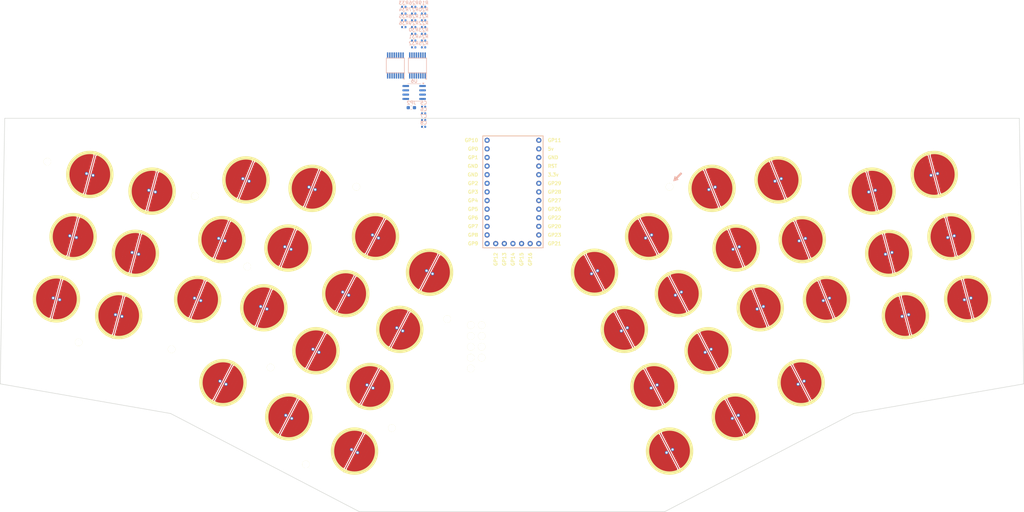
<source format=kicad_pcb>
(kicad_pcb (version 20240108) (generator "pcbnew") (generator_version "8.0")
  (title_block (title "toprebox_prototype") (rev "v1.0.0") (company "Unknown"))
  (layers (0 "F.Cu" signal) (31 "B.Cu" signal) (34 "B.Paste" user) (35 "F.Paste" user) (36 "B.SilkS" user "B.Silkscreen") (37 "F.SilkS" user "F.Silkscreen") (38 "B.Mask" user) (39 "F.Mask" user) (44 "Edge.Cuts" user))
  (net 0 "")
  (net 1 "C10")
  (net 2 "C0")
  (net 3 "C1")
  (net 4 "C2")
  (net 5 "C3")
  (net 6 "C6")
  (net 7 "C4")
  (net 8 "C7")
  (net 9 "C5")
  (net 10 "C8")
  (net 11 "C9")
  (net 12 "C11")
  (net 13 "R0")
  (net 14 "R1")
  (net 15 "R2")
  (net 16 "R3")
  (net 17 "GND")
  (net 18 "+3V3")
  (net 19 "APLEX_OUT_PIN_0")
  (net 20 "ADC")
  (net 21 "AMUX_SEL_1")
  (net 22 "AMUX_SEL_0")
  (net 23 "AMUX_SEL_2")
  (net 24 "APLEX_EN_PIN_0")
  (net 25 "APLEX_EN_PIN_1")
  (net 47 "Net-(JP2-B)")
  (net 48 "Net-(U2-A6)")
  (net 49 "Net-(U2-A7)")
  (net 50 "Net-(U7-A0)")
  (net 51 "Net-(U7-A1)")
  (net 52 "Net-(U7-A2)")
  (net 53 "Net-(U7-A3)")
  (net 54 "Net-(U7-A5)")
  (net 55 "Net-(U7-A7)")
  (footprint "footprints:HOLE_M2" (layer "F.Cu") (at 6.548432 12.799208)
    (property "Reference" "H6" (hide yes))
    (property "Value" "MountingHole" (hide yes))
    (pad "" np_thru_hole circle (at 0 0) (size 2.2 2.2) (drill 2.2) (layers "*.Cu" "*.Mask" "F.SilkS") (clearance 0.85))
  )
  (footprint "footprints:HOLE_M2" (layer "F.Cu") (at 63.103072 20.240608)
    (property "Reference" "H8" (hide yes))
    (property "Value" "MountingHole" (hide yes))
    (pad "" np_thru_hole circle (at 0 0) (size 2.2 2.2) (drill 2.2) (layers "*.Cu" "*.Mask" "F.SilkS") (clearance 0.85))
  )
  (footprint "footprints:HOLE_M2" (layer "F.Cu") (at 88.403832 -33.039816)
    (property "Reference" "H3" (hide yes))
    (property "Value" "MountingHole" (hide yes))
    (pad "" np_thru_hole circle (at 0 0) (size 2.2 2.2) (drill 2.2) (layers "*.Cu" "*.Mask" "F.SilkS") (clearance 0.85))
  )
  (footprint "footprints:HOLE_M2" (layer "F.Cu") (at 98.821792 38.099968)
    (property "Reference" "H9" (hide yes))
    (property "Value" "MountingHole" (hide yes))
    (pad "" np_thru_hole circle (at 0 0) (size 2.2 2.2) (drill 2.2) (layers "*.Cu" "*.Mask" "F.SilkS") (clearance 0.85))
  )
  (footprint "footprints:HOLE_M2" (layer "F.Cu") (at 122.113176 14.139056)
    (property "Reference" "H13" (hide yes))
    (property "Value" "MountingHole" (hide yes))
    (pad "" np_thru_hole circle (at 0 0) (size 2.2 2.2) (drill 2.2) (layers "*.Cu" "*.Mask" "F.SilkS") (clearance 0.85))
  )
  (footprint "footprints:HOLE_M2" (layer "F.Cu") (at 115.192872 5.95312)
    (property "Reference" "H4" (hide yes))
    (property "Value" "MountingHole" (hide yes))
    (pad "" np_thru_hole circle (at 0 0) (size 2.2 2.2) (drill 2.2) (layers "*.Cu" "*.Mask" "F.SilkS") (clearance 0.85))
  )
  (footprint "footprints:HOLE_M2" (layer "F.Cu") (at 122.113176 20.539056)
    (property "Reference" "H15" (hide yes))
    (property "Value" "MountingHole" (hide yes))
    (pad "" np_thru_hole circle (at 0 0) (size 2.2 2.2) (drill 2.2) (layers "*.Cu" "*.Mask" "F.SilkS") (clearance 0.85))
  )
  (footprint "footprints:HOLE_M2" (layer "F.Cu") (at 40.778872 -30.360912)
    (property "Reference" "H2" (hide yes))
    (property "Value" "MountingHole" (hide yes))
    (pad "" np_thru_hole circle (at 0 0) (size 2.2 2.2) (drill 2.2) (layers "*.Cu" "*.Mask" "F.SilkS") (clearance 0.85))
  )
  (footprint "footprints:HOLE_M2" (layer "F.Cu") (at 122.113176 17.339056)
    (property "Reference" "H14" (hide yes))
    (property "Value" "MountingHole" (hide yes))
    (pad "" np_thru_hole circle (at 0 0) (size 2.2 2.2) (drill 2.2) (layers "*.Cu" "*.Mask" "F.SilkS") (clearance 0.85))
  )
  (footprint "footprints:HOLE_M2" (layer "F.Cu") (at 56.256984 -9.524992)
    (property "Reference" "H5" (hide yes))
    (property "Value" "MountingHole" (hide yes))
    (pad "" np_thru_hole circle (at 0 0) (size 2.2 2.2) (drill 2.2) (layers "*.Cu" "*.Mask" "F.SilkS") (clearance 0.85))
  )
  (footprint "footprints:HOLE_M2" (layer "F.Cu") (at 122.113176 7.739056)
    (property "Reference" "H11" (hide yes))
    (property "Value" "MountingHole" (hide yes))
    (pad "" np_thru_hole circle (at 0 0) (size 2.2 2.2) (drill 2.2) (layers "*.Cu" "*.Mask" "F.SilkS") (clearance 0.85))
  )
  (footprint "footprints:HOLE_M2_funny" (layer "F.Cu") (at 180.677192 -33.039816)
    (property "Reference" "H2" (hide yes))
    (property "Value" "MountingHole" (hide yes))
    (pad "" np_thru_hole circle (at 0 0) (size 2.2 2.2) (drill 2.2) (layers "F&B.Cu" "*.Mask" "F.SilkS") (clearance 0.5))
  )
  (footprint "footprints:HOLE_M2" (layer "F.Cu") (at 125.313176 7.739056)
    (property "Reference" "H16" (hide yes))
    (property "Value" "MountingHole" (hide yes))
    (pad "" np_thru_hole circle (at 0 0) (size 2.2 2.2) (drill 2.2) (layers "*.Cu" "*.Mask" "F.SilkS") (clearance 0.85))
  )
  (footprint "footprints:HOLE_M2" (layer "F.Cu") (at 122.113176 10.939056)
    (property "Reference" "H12" (hide yes))
    (property "Value" "MountingHole" (hide yes))
    (pad "" np_thru_hole circle (at 0 0) (size 2.2 2.2) (drill 2.2) (layers "*.Cu" "*.Mask" "F.SilkS") (clearance 0.85))
  )
  (footprint "footprints:RP2040_Pro_Micro" (layer "F.Cu") (at 134.540512 -30.281536)
    (property "Reference" "U5" (hide yes))
    (property "Value" "Helios" (hide yes))
    (fp_text user "GP1" (at -10.16 -11.43 0) (layer "F.SilkS") (effects (font (thickness 0.2) (bold yes)) (justify right)))
    (fp_text user "GP14" (at 0 16.51 90) (layer "F.SilkS") (effects (font (thickness 0.2) (bold yes)) (justify right)))
    (fp_text user "GP21" (at 10.16 13.97 0) (layer "F.SilkS") (effects (font (thickness 0.2) (bold yes)) (justify left)))
    (fp_text user "GP3" (at -10.16 -1.27 0) (layer "F.SilkS") (effects (font (thickness 0.2) (bold yes)) (justify right)))
    (fp_text user "GP27" (at 10.16 1.27 0) (layer "F.SilkS") (effects (font (thickness 0.2) (bold yes)) (justify left)))
    (fp_text user "GP10" (at -10.16 -16.51 0) (layer "F.SilkS") (effects (font (thickness 0.2) (bold yes)) (justify right)))
    (fp_text user "GP16" (at 5.08 16.51 90) (layer "F.SilkS") (effects (font (thickness 0.2) (bold yes)) (justify right)))
    (fp_text user "3.3v" (at 10.16 -6.35 0) (layer "F.SilkS") (effects (font (thickness 0.2) (bold yes)) (justify left)))
    (fp_text user "GP8" (at -10.16 11.43 0) (layer "F.SilkS") (effects (font (thickness 0.2) (bold yes)) (justify right)))
    (fp_text user "GP13" (at -2.54 16.51 90) (layer "F.SilkS") (effects (font (thickness 0.2) (bold yes)) (justify right)))
    (fp_text user "GP4" (at -10.16 1.27 0) (layer "F.SilkS") (effects (font (thickness 0.2) (bold yes)) (justify right)))
    (fp_text user "GND" (at -10.16 -6.35 0) (layer "F.SilkS") (effects (font (thickness 0.2) (bold yes)) (justify right)))
    (fp_text user "5v" (at 10.16 -13.97 0) (layer "F.SilkS") (effects (font (thickness 0.2) (bold yes)) (justify left)))
    (fp_text user "GND" (at -10.16 -8.89 0) (layer "F.SilkS") (effects (font (thickness 0.2) (bold yes)) (justify right)))
    (fp_text user "GP7" (at -10.16 8.89 0) (layer "F.SilkS") (effects (font (thickness 0.2) (bold yes)) (justify right)))
    (fp_text user "GP26" (at 10.16 3.81 0) (layer "F.SilkS") (effects (font (thickness 0.2) (bold yes)) (justify left)))
    (fp_text user "GP12" (at -5.08 16.51 90) (layer "F.SilkS") (effects (font (thickness 0.2) (bold yes)) (justify right)))
    (fp_text user "RST" (at 10.16 -8.89 0) (layer "F.SilkS") (effects (font (thickness 0.2) (bold yes)) (justify left)))
    (fp_text user "GP29" (at 10.16 -3.81 0) (layer "F.SilkS") (effects (font (thickness 0.2) (bold yes)) (justify left)))
    (fp_text user "GP9" (at -10.16 13.97 0) (layer "F.SilkS") (effects (font (thickness 0.2) (bold yes)) (justify right)))
    (fp_text user "GP6" (at -10.16 6.35 0) (layer "F.SilkS") (effects (font (thickness 0.2) (bold yes)) (justify right)))
    (fp_text user "GP2" (at -10.16 -3.81 0) (layer "F.SilkS") (effects (font (thickness 0.2) (bold yes)) (justify right)))
    (fp_text user "GP28" (at 10.16 -1.27 0) (layer "F.SilkS") (effects (font (thickness 0.2) (bold yes)) (justify left)))
    (fp_text user "GP23" (at 10.16 11.43 0) (layer "F.SilkS") (effects (font (thickness 0.2) (bold yes)) (justify left)))
    (fp_text user "GP11" (at 10.16 -16.51 0) (layer "F.SilkS") (effects (font (thickness 0.2) (bold yes)) (justify left)))
    (fp_text user "GP5" (at -10.16 3.81 0) (layer "F.SilkS") (effects (font (thickness 0.2) (bold yes)) (justify right)))
    (fp_text user "GP20" (at 10.16 8.89 0) (layer "F.SilkS") (effects (font (thickness 0.2) (bold yes)) (justify left)))
    (fp_text user "GP0" (at -10.16 -13.97 0) (layer "F.SilkS") (effects (font (thickness 0.2) (bold yes)) (justify right)))
    (fp_text user "GND" (at 10.16 -11.43 0) (layer "F.SilkS") (effects (font (thickness 0.2) (bold yes)) (justify left)))
    (fp_text user "GP22" (at 10.16 6.35 0) (layer "F.SilkS") (effects (font (thickness 0.2) (bold yes)) (justify left)))
    (fp_text user "GP15" (at 2.54 16.51 90) (layer "F.SilkS") (effects (font (thickness 0.2) (bold yes)) (justify right)))
    (pad "1" thru_hole circle (at -7.62 -13.97) (size 1.524 1.524) (drill 0.762) (layers "*.Cu" "*.Mask"))
    (pad "2" thru_hole circle (at -7.62 -11.43) (size 1.524 1.524) (drill 0.762) (layers "*.Cu" "*.Mask"))
    (pad "3" thru_hole circle (at -7.62 -8.89) (size 1.524 1.524) (drill 0.762) (layers "*.Cu" "*.Mask") (net 17 "GND"))
    (pad "4" thru_hole circle (at -7.62 -6.35) (size 1.524 1.524) (drill 0.762) (layers "*.Cu" "*.Mask") (net 17 "GND"))
    (pad "5" thru_hole circle (at -7.62 -3.81) (size 1.524 1.524) (drill 0.762) (layers "*.Cu" "*.Mask"))
    (pad "6" thru_hole circle (at -7.62 -1.27) (size 1.524 1.524) (drill 0.762) (layers "*.Cu" "*.Mask"))
    (pad "7" thru_hole circle (at -7.62 1.27) (size 1.524 1.524) (drill 0.762) (layers "*.Cu" "*.Mask"))
    (pad "8" thru_hole circle (at -7.62 3.81) (size 1.524 1.524) (drill 0.762) (layers "*.Cu" "*.Mask"))
    (pad "9" thru_hole circle (at -7.62 6.35) (size 1.524 1.524) (drill 0.762) (layers "*.Cu" "*.Mask"))
    (pad "10" thru_hole circle (at -7.62 8.89) (size 1.524 1.524) (drill 0.762) (layers "*.Cu" "*.Mask"))
    (pad "11" thru_hole circle (at -7.62 11.43) (size 1.524 1.524) (drill 0.762) (layers "*.Cu" "*.Mask"))
    (pad "12" thru_hole circle (at -7.62 13.97) (size 1.524 1.524) (drill 0.762) (layers "*.Cu" "*.Mask"))
    (pad "13" thru_hole circle (at 7.62 -13.97) (size 1.524 1.524) (drill 0.762) (layers "*.Cu" "*.Mask"))
    (pad "14" thru_hole circle (at 7.62 -11.43) (size 1.524 1.524) (drill 0.762) (layers "*.Cu" "*.Mask") (net 17 "GND"))
    (pad "15" thru_hole circle (at 7.62 -8.89) (size 1.524 1.524) (drill 0.762) (layers "*.Cu" "*.Mask"))
    (pad "16" thru_hole circle (at 7.62 -6.35) (size 1.524 1.524) (drill 0.762) (layers "*.Cu" "*.Mask") (net 18 "+3V3"))
    (pad "17" thru_hole circle (at 7.62 -3.81) (size 1.524 1.524) (drill 0.762) (layers "*.Cu" "*.Mask"))
    (pad "18" thru_hole circle (at 7.62 -1.27) (size 1.524 1.524) (drill 0.762) (layers "*.Cu" "*.Mask"))
    (pad "19" thru_hole circle (at 7.62 1.27) (size 1.524 1.524) (drill 0.762) (layers "*.Cu" "*.Mask"))
    (pad "20" thru_hole circle (at 7.62 3.81) (size 1.524 1.524) (drill 0.762) (layers "*.Cu" "*.Mask"))
    (pad "21" thru_hole circle (at 7.62 6.35) (size 1.524 1.524) (drill 0.762) (layers "*.Cu" "*.Mask"))
    (pad "22" thru_hole circle (at 7.62 8.89) (size 1.524 1.524) (drill 0.762) (layers "*.Cu" "*.Mask"))
    (pad "23" thru_hole circle (at 7.62 11.43) (size 1.524 1.524) (drill 0.762) (layers "*.Cu" "*.Mask"))
    (pad "24" thru_hole circle (at 7.62 13.97) (size 1.524 1.524) (drill 0.762) (layers "*.Cu" "*.Mask") (net 20 "ADC"))
    (pad "25" thru_hole circle (at -5.08 13.97) (size 1.524 1.524) (drill 0.762) (layers "*.Cu" "*.Mask") (net 25 "APLEX_EN_PIN_1"))
    (pad "26" thru_hole circle (at -2.54 13.97) (size 1.524 1.524) (drill 0.762) (layers "*.Cu" "*.Mask") (net 23 "AMUX_SEL_2"))
    (pad "27" thru_hole circle (at 0 13.97) (size 1.524 1.524) (drill 0.762) (layers "*.Cu" "*.Mask") (net 21 "AMUX_SEL_1"))
    (pad "28" thru_hole circle (at 2.54 13.97) (size 1.524 1.524) (drill 0.762) (layers "*.Cu" "*.Mask") (net 22 "AMUX_SEL_0"))
    (pad "29" thru_hole circle (at 5.08 13.97) (size 1.524 1.524) (drill 0.762) (layers "*.Cu" "*.Mask") (net 24 "APLEX_EN_PIN_0"))
    (pad "30" thru_hole circle (at 7.62 -16.51) (size 1.524 1.524) (drill 0.762) (layers "*.Cu" "*.Mask"))
    (pad "31" thru_hole circle (at -7.62 -16.51) (size 1.524 1.524) (drill 0.762) (layers "*.Cu" "*.Mask"))
  )
  (footprint "footprints:HOLE_M2" (layer "F.Cu") (at 125.313176 10.939056)
    (property "Reference" "H17" (hide yes))
    (property "Value" "MountingHole" (hide yes))
    (pad "" np_thru_hole circle (at 0 0) (size 2.2 2.2) (drill 2.2) (layers "*.Cu" "*.Mask" "F.SilkS") (clearance 0.85))
  )
  (footprint "footprints:HOLE_M2" (layer "F.Cu") (at 73.521032 48.815584)
    (property "Reference" "H10" (hide yes))
    (property "Value" "MountingHole" (hide yes))
    (pad "" np_thru_hole circle (at 0 0) (size 2.2 2.2) (drill 2.2) (layers "*.Cu" "*.Mask" "F.SilkS") (clearance 0.85))
  )
  (footprint "footprints:HOLE_M2" (layer "F.Cu") (at -2.678904 -40.481216)
    (property "Reference" "H1" (hide yes))
    (property "Value" "MountingHole" (hide yes))
    (pad "" np_thru_hole circle (at 0 0) (size 2.2 2.2) (drill 2.2) (layers "*.Cu" "*.Mask" "F.SilkS") (clearance 0.85))
  )
  (footprint "footprints:HOLE_M2" (layer "F.Cu") (at 125.313176 17.339056)
    (property "Reference" "H19" (hide yes))
    (property "Value" "MountingHole" (hide yes))
    (pad "" np_thru_hole circle (at 0 0) (size 2.2 2.2) (drill 2.2) (layers "*.Cu" "*.Mask" "F.SilkS") (clearance 0.85))
  )
  (footprint "footprints:HOLE_M2" (layer "F.Cu") (at 33.932784 14.8828)
    (property "Reference" "H7" (hide yes))
    (property "Value" "MountingHole" (hide yes))
    (pad "" np_thru_hole circle (at 0 0) (size 2.2 2.2) (drill 2.2) (layers "*.Cu" "*.Mask" "F.SilkS") (clearance 0.85))
  )
  (footprint "footprints:HOLE_M2" (layer "F.Cu") (at 125.313176 14.139056)
    (property "Reference" "H18" (hide yes))
    (property "Value" "MountingHole" (hide yes))
    (pad "" np_thru_hole circle (at 0 0) (size 2.2 2.2) (drill 2.2) (layers "*.Cu" "*.Mask" "F.SilkS") (clearance 0.85))
  )
  (footprint "footprints:Topre" (layer "B.Cu") (at 183.288249 -1.552985 -152.5)
    (property "Reference" "SW_EC26" (hide yes))
    (property "Value" "Topre" (hide yes))
    (fp_line (start 4.5 -2.5) (end 4.999999 2) (stroke (width 1.1)) (layer "F.Cu"))
    (fp_line (start 4 -3.5) (end 4 3.499999) (stroke (width 1.1)) (layer "F.Cu"))
    (fp_line (start 3 -4.5) (end 3 4) (stroke (width 1.1)) (layer "F.Cu"))
    (fp_line (start 2 -4.5) (end 1.999999 4.5) (stroke (width 1.1)) (layer "F.Cu"))
    (fp_line (start 1 -5.5) (end 1 5.5) (stroke (width 1.2)) (layer "F.Cu"))
    (fp_line (start -1 -5.5) (end -1 5.5) (stroke (width 1.2)) (layer "F.Cu"))
    (fp_line (start -1.999999 -4.5) (end -2 4.5) (stroke (width 1.1)) (layer "F.Cu"))
    (fp_line (start -3 -4.5) (end -3 4) (stroke (width 1.1)) (layer "F.Cu"))
    (fp_line (start -4.5 -2.5) (end -5 2) (stroke (width 1.1)) (layer "F.Cu"))
    (fp_line (start -4 -3.499999) (end -4 3.5) (stroke (width 1.1)) (layer "F.Cu"))
    (fp_arc (start -1.085339 5.483798) (mid -5.590001 -0.043432) (end -1 -5.5) (stroke (width 1.2)) (layer "F.Cu"))
    (fp_arc (start 1.085339 -5.483798) (mid 5.590001 0.043432) (end 1 5.5) (stroke (width 1.2)) (layer "F.Cu"))
    (pad "1" thru_hole circle (at 1 0 207.5) (size 1 1) (drill 0.6) (layers "*.Cu" "*.Mask") (net 14 "R1"))
    (pad "2" thru_hole circle (at -1 0 207.5) (size 1 1) (drill 0.6) (layers "*.Cu" "*.Mask") (net 8 "C7"))
    (pad "3" smd rect (at 0 0 207.5) (size 0.25 14) (layers "F.Cu") (net 17 "GND"))
  )
  (footprint "Resistor_SMD:R_0402_1005Metric" (layer "B.Cu") (at 105.285 -80.18 180)
    (property "Reference" "R29" (at 0 1.17 180) (layer "B.SilkS") (effects (justify mirror)))
    (property "Value" "100k")
    (pad "1" smd roundrect (at -0.51 0 180) (size 0.54 0.64) (layers "B.Cu" "B.Paste" "B.Mask") (net 50 "Net-(U7-A0)"))
    (pad "2" smd roundrect (at 0.51 0 180) (size 0.54 0.64) (layers "B.Cu" "B.Paste" "B.Mask") (net 17 "GND"))
  )
  (footprint "Package_SO:SOIC-8_3.9x4.9mm_P1.27mm" (layer "B.Cu") (at 105.425 -60.89 180)
    (property "Reference" "U6" (at 0 3.4 180) (layer "B.SilkS") (effects (justify mirror)))
    (property "Value" "OPA350")
    (pad "1" smd roundrect (at -2.475 1.905 180) (size 1.95 0.6) (layers "B.Cu" "B.Paste" "B.Mask"))
    (pad "2" smd roundrect (at -2.475 0.635 180) (size 1.95 0.6) (layers "B.Cu" "B.Paste" "B.Mask") (net 47 "Net-(JP2-B)"))
    (pad "3" smd roundrect (at -2.475 -0.635 180) (size 1.95 0.6) (layers "B.Cu" "B.Paste" "B.Mask") (net 19 "APLEX_OUT_PIN_0"))
    (pad "4" smd roundrect (at -2.475 -1.905 180) (size 1.95 0.6) (layers "B.Cu" "B.Paste" "B.Mask") (net 17 "GND"))
    (pad "5" smd roundrect (at 2.475 -1.905 180) (size 1.95 0.6) (layers "B.Cu" "B.Paste" "B.Mask"))
    (pad "6" smd roundrect (at 2.475 -0.635 180) (size 1.95 0.6) (layers "B.Cu" "B.Paste" "B.Mask") (net 20 "ADC"))
    (pad "7" smd roundrect (at 2.475 0.635 180) (size 1.95 0.6) (layers "B.Cu" "B.Paste" "B.Mask") (net 18 "+3V3"))
    (pad "8" smd roundrect (at 2.475 1.905 180) (size 1.95 0.6) (layers "B.Cu" "B.Paste" "B.Mask"))
  )
  (footprint "footprints:Topre" (layer "B.Cu") (at 200.312801 -14.9969 -158)
    (property "Reference" "SW_EC29" (hide yes))
    (property "Value" "Topre" (hide yes))
    (fp_line (start 4.5 -2.5) (end 4.999999 2) (stroke (width 1.1)) (layer "F.Cu"))
    (fp_line (start 4 -3.5) (end 4 3.5) (stroke (width 1.1)) (layer "F.Cu"))
    (fp_line (start 3 -4.5) (end 3 4) (stroke (width 1.1)) (layer "F.Cu"))
    (fp_line (start 2 -4.5) (end 2 4.5) (stroke (width 1.1)) (layer "F.Cu"))
    (fp_line (start 1 -5.5) (end 1 5.5) (stroke (width 1.2)) (layer "F.Cu"))
    (fp_line (start -1 -5.5) (end -1 5.5) (stroke (width 1.2)) (layer "F.Cu"))
    (fp_line (start -2 -4.5) (end -2 4.5) (stroke (width 1.1)) (layer "F.Cu"))
    (fp_line (start -3 -4.5) (end -3 4) (stroke (width 1.1)) (layer "F.Cu"))
    (fp_line (start -4 -3.5) (end -4 3.5) (stroke (width 1.1)) (layer "F.Cu"))
    (fp_line (start -4.5 -2.5) (end -5 2) (stroke (width 1.1)) (layer "F.Cu"))
    (fp_arc (start -1.085339 5.483798) (mid -5.590001 -0.043432) (end -1 -5.5) (stroke (width 1.2)) (layer "F.Cu"))
    (fp_arc (start 1.085339 -5.483798) (mid 5.590001 0.043432) (end 1 5.5) (stroke (width 1.2)) (layer "F.Cu"))
    (pad "1" thru_hole circle (at 1 0 202) (size 1 1) (drill 0.6) (layers "*.Cu" "*.Mask") (net 14 "R1"))
    (pad "2" thru_hole circle (at -1 0 202) (size 1 1) (drill 0.6) (layers "*.Cu" "*.Mask") (net 10 "C8"))
    (pad "3" smd rect (at 0 0 202) (size 0.25 14) (layers "F.Cu") (net 17 "GND"))
  )
  (footprint "Capacitor_SMD:C_0402_1005Metric" (layer "B.Cu") (at 108.215 -56.68 180)
    (property "Reference" "C5" (at 0 1.16 180) (layer "B.SilkS") (effects (justify mirror)))
    (property "Value" "100n")
    (pad "1" smd roundrect (at -0.48 0 180) (size 0.56 0.62) (layers "B.Cu" "B.Paste" "B.Mask") (net 17 "GND"))
    (pad "2" smd roundrect (at 0.48 0 180) (size 0.56 0.62) (layers "B.Cu" "B.Paste" "B.Mask") (net 18 "+3V3"))
  )
  (footprint "Resistor_SMD:R_0402_1005Metric" (layer "B.Cu") (at 105.285 -78.19 180)
    (property "Reference" "R30" (at 0 1.17 180) (layer "B.SilkS") (effects (justify mirror)))
    (property "Value" "100k")
    (pad "1" smd roundrect (at -0.51 0 180) (size 0.54 0.64) (layers "B.Cu" "B.Paste" "B.Mask") (net 51 "Net-(U7-A1)"))
    (pad "2" smd roundrect (at 0.51 0 180) (size 0.54 0.64) (layers "B.Cu" "B.Paste" "B.Mask") (net 17 "GND"))
  )
  (footprint "footprints:Topre" (layer "B.Cu") (at 158.585316 -7.858945 -152.5)
    (property "Reference" "SW_EC22" (hide yes))
    (property "Value" "Topre" (hide yes))
    (fp_line (start 4.499999 -2.499998) (end 5 2.000001) (stroke (width 1.1)) (layer "F.Cu"))
    (fp_line (start 4 -3.5) (end 4 3.499999) (stroke (width 1.1)) (layer "F.Cu"))
    (fp_line (start 3 -4.499999) (end 3 4) (stroke (width 1.1)) (layer "F.Cu"))
    (fp_line (start 1.999999 -4.5) (end 2 4.499999) (stroke (width 1.1)) (layer "F.Cu"))
    (fp_line (start 1 -5.5) (end 1 5.5) (stroke (width 1.2)) (layer "F.Cu"))
    (fp_line (start -1 -5.5) (end -1 5.5) (stroke (width 1.2)) (layer "F.Cu"))
    (fp_line (start -2 -4.499999) (end -1.999999 4.5) (stroke (width 1.1)) (layer "F.Cu"))
    (fp_line (start -3.000001 -4.5) (end -3 4) (stroke (width 1.1)) (layer "F.Cu"))
    (fp_line (start -4.499999 -2.5) (end -4.999999 2.000001) (stroke (width 1.1)) (layer "F.Cu"))
    (fp_line (start -4 -3.499999) (end -4 3.5) (stroke (width 1.1)) (layer "F.Cu"))
    (fp_arc (start -1.08534 5.483798) (mid -5.590001 -0.043432) (end -1 -5.5) (stroke (width 1.2)) (layer "F.Cu"))
    (fp_arc (start 1.08534 -5.483798) (mid 5.590001 0.043432) (end 1 5.5) (stroke (width 1.2)) (layer "F.Cu"))
    (pad "1" thru_hole circle (at 1 0 207.5) (size 1 1) (drill 0.6) (layers "*.Cu" "*.Mask") (net 13 "R0"))
    (pad "2" thru_hole circle (at -1 0 207.5) (size 1 1) (drill 0.6) (layers "*.Cu" "*.Mask") (net 6 "C6"))
    (pad "3" smd rect (at 0 0 207.5) (size 0.25 14) (layers "F.Cu") (net 17 "GND"))
  )
  (footprint "footprints:Topre" (layer "B.Cu") (at 76.481933 15.300221 152.5)
    (property "Reference" "SW_EC15" (hide yes))
    (property "Value" "Topre" (hide yes))
    (fp_line (start 4 -3.499999) (end 4 3.5) (stroke (width 1.1)) (layer "F.Cu"))
    (fp_line (start 4.5 -2.5) (end 5 2) (stroke (width 1.1)) (layer "F.Cu"))
    (fp_line (start 3 -4.5) (end 3 4) (stroke (width 1.1)) (layer "F.Cu"))
    (fp_line (start 1.999999 -4.5) (end 2 4.5) (stroke (width 1.1)) (layer "F.Cu"))
    (fp_line (start 1 -5.5) (end 1 5.5) (stroke (width 1.2)) (layer "F.Cu"))
    (fp_line (start -1 -5.5) (end -1 5.5) (stroke (width 1.2)) (layer "F.Cu"))
    (fp_line (start -2 -4.5) (end -1.999999 4.5) (stroke (width 1.1)) (layer "F.Cu"))
    (fp_line (start -3 -4.5) (end -3 4) (stroke (width 1.1)) (layer "F.Cu"))
    (fp_line (start -4 -3.5) (end -4 3.499999) (stroke (width 1.1)) (layer "F.Cu"))
    (fp_line (start -4.5 -2.5) (end -4.999999 2) (stroke (width 1.1)) (layer "F.Cu"))
    (fp_arc (start 1.08534 -5.483798) (mid 5.590001 0.043432) (end 1 5.5) (stroke (width 1.2)) (layer "F.Cu"))
    (fp_arc (start -1.08534 5.483798) (mid -5.590001 -0.043432) (end -1 -5.5) (stroke (width 1.2)) (layer "F.Cu"))
    (pad "1" thru_hole circle (at 1 0 152.5) (size 1 1) (drill 0.6) (layers "*.Cu" "*.Mask") (net 15 "R2"))
    (pad "2" thru_hole circle (at -1 0 152.5) (size 1 1) (drill 0.6) (layers "*.Cu" "*.Mask") (net 7 "C4"))
    (pad "3" smd rect (at 0 0 152.5) (size 0.25 14) (layers "F.Cu") (net 17 "GND"))
  )
  (footprint "footprints:Topre" (layer "B.Cu") (at 49.089346 24.715564 152.5)
    (property "Reference" "SW_EC19" (hide yes))
    (property "Value" "Topre" (hide yes))
    (fp_line (start 4 -3.499999) (end 4 3.5) (stroke (width 1.1)) (layer "F.Cu"))
    (fp_line (start 4.5 -2.5) (end 5 2) (stroke (width 1.1)) (layer "F.Cu"))
    (fp_line (start 3 -4.5) (end 3 4) (stroke (width 1.1)) (layer "F.Cu"))
    (fp_line (start 1.999999 -4.5) (end 2 4.5) (stroke (width 1.1)) (layer "F.Cu"))
    (fp_line (start 1 -5.5) (end 1 5.5) (stroke (width 1.2)) (layer "F.Cu"))
    (fp_line (start -1 -5.5) (end -1 5.5) (stroke (width 1.2)) (layer "F.Cu"))
    (fp_line (start -2 -4.5) (end -1.999999 4.5) (stroke (width 1.1)) (layer "F.Cu"))
    (fp_line (start -3 -4.5) (end -3 4) (stroke (width 1.1)) (layer "F.Cu"))
    (fp_line (start -4 -3.5) (end -4 3.499999) (stroke (width 1.1)) (layer "F.Cu"))
    (fp_line (start -4.5 -2.5) (end -4.999999 2) (stroke (width 1.1)) (layer "F.Cu"))
    (fp_arc (start 1.08534 -5.483798) (mid 5.590001 0.043432) (end 1 5.5) (stroke (width 1.2)) (layer "F.Cu"))
    (fp_arc (start -1.08534 5.483798) (mid -5.590001 -0.043432) (end -1 -5.5) (stroke (width 1.2)) (layer "F.Cu"))
    (pad "1" thru_hole circle (at 1 0 152.5) (size 1 1) (drill 0.6) (layers "*.Cu" "*.Mask") (net 16 "R3"))
    (pad "2" thru_hole circle (at -1 0 152.5) (size 1 1) (drill 0.6) (layers "*.Cu" "*.Mask") (net 5 "C3"))
    (pad "3" smd rect (at 0 0 152.5) (size 0.25 14) (layers "F.Cu") (net 17 "GND"))
  )
  (footprint "footprints:Topre" (layer "B.Cu") (at 28.187714 -31.78762 165)
    (property "Reference" "SW_EC4" (hide yes))
    (property "Value" "Topre" (hide yes))
    (fp_line (start 4.5 -2.5) (end 5 2) (stroke (width 1.1)) (layer "F.Cu"))
    (fp_line (start 4 -3.5) (end 4 3.5) (stroke (width 1.1)) (layer "F.Cu"))
    (fp_line (start 3 -4.5) (end 3 4) (stroke (width 1.1)) (layer "F.Cu"))
    (fp_line (start 2 -4.5) (end 2 4.5) (stroke (width 1.1)) (layer "F.Cu"))
    (fp_line (start 1 -5.5) (end 1 5.5) (stroke (width 1.2)) (layer "F.Cu"))
    (fp_line (start -1 -5.5) (end -1 5.5) (stroke (width 1.2)) (layer "F.Cu"))
    (fp_line (start -2 -4.5) (end -2 4.5) (stroke (width 1.1)) (layer "F.Cu"))
    (fp_line (start -3 -4.5) (end -3 4) (stroke (width 1.1)) (layer "F.Cu"))
    (fp_line (start -4 -3.5) (end -4 3.5) (stroke (width 1.1)) (layer "F.Cu"))
    (fp_line (start -4.5 -2.5) (end -5 2) (stroke (width 1.1)) (layer "F.Cu"))
    (fp_arc (start 1.085339 -5.483798) (mid 5.590001 0.043431) (end 1 5.5) (stroke (width 1.2)) (layer "F.Cu"))
    (fp_arc (start -1.085339 5.483798) (mid -5.590001 -0.043431) (end -1 -5.5) (stroke (width 1.2)) (layer "F.Cu"))
    (pad "1" thru_hole circle (at 1 0 165) (size 1 1) (drill 0.6) (layers "*.Cu" "*.Mask") (net 13 "R0"))
    (pad "2" thru_hole circle (at -1 0 165) (size 1 1) (drill 0.6) (layers "*.Cu" "*.Mask") (net 3 "C1"))
    (pad "3" smd rect (at 0 0 165) (size 0.25 14) (layers "F.Cu") (net 17 "GND"))
  )
  (footprint "footprints:Topre" (layer "B.Cu") (at 174.515025 -18.406191 -152.5)
    (property "Reference" "SW_EC25" (hide yes))
    (property "Value" "Topre" (hide yes))
    (fp_line (start 4.5 -2.5) (end 4.999999 2) (stroke (width 1.1)) (layer "F.Cu"))
    (fp_line (start 4 -3.5) (end 4 3.499999) (stroke (width 1.1)) (layer "F.Cu"))
    (fp_line (start 3 -4.5) (end 3 4) (stroke (width 1.1)) (layer "F.Cu"))
    (fp_line (start 2 -4.5) (end 1.999999 4.5) (stroke (width 1.1)) (layer "F.Cu"))
    (fp_line (start 1 -5.5) (end 1 5.5) (stroke (width 1.2)) (layer "F.Cu"))
    (fp_line (start -1 -5.5) (end -1 5.5) (stroke (width 1.2)) (layer "F.Cu"))
    (fp_line (start -1.999999 -4.5) (end -2 4.5) (stroke (width 1.1)) (layer "F.Cu"))
    (fp_line (start -3 -4.5) (end -3 4) (stroke (width 1.1)) (layer "F.Cu"))
    (fp_line (start -4.5 -2.5) (end -5 2) (stroke (width 1.1)) (layer "F.Cu"))
    (fp_line (start -4 -3.499999) (end -4 3.5) (stroke (width 1.1)) (layer "F.Cu"))
    (fp_arc (start -1.085339 5.483798) (mid -5.590001 -0.043432) (end -1 -5.5) (stroke (width 1.2)) (layer "F.Cu"))
    (fp_arc (start 1.085339 -5.483798) (mid 5.590001 0.043432) (end 1 5.5) (stroke (width 1.2)) (layer "F.Cu"))
    (pad "1" thru_hole circle (at 1 0 207.5) (size 1 1) (drill 0.6) (layers "*.Cu" "*.Mask") (net 13 "R0"))
    (pad "2" thru_hole circle (at -1 0 207.5) (size 1 1) (drill 0.6) (layers "*.Cu" "*.Mask") (net 8 "C7"))
    (pad "3" smd rect (at 0 0 207.5) (size 0.25 14) (layers "F.Cu") (net 17 "GND"))
  )
  (footprint "footprints:Topre" (layer "B.Cu") (at 0 0 165)
    (property "Reference" "SW_EC3" (hide yes))
    (property "Value" "Topre" (hide yes))
    (fp_line (start 4.5 -2.5) (end 5 2) (stroke (width 1.1)) (layer "F.Cu"))
    (fp_line (start 4 -3.5) (end 4 3.5) (stroke (width 1.1)) (layer "F.Cu"))
    (fp_line (start 3 -4.5) (end 3 4) (stroke (width 1.1)) (layer "F.Cu"))
    (fp_line (start 2 -4.5) (end 2 4.5) (stroke (width 1.1)) (layer "F.Cu"))
    (fp_line (start 1 -5.5) (end 1 5.5) (stroke (width 1.2)) (layer "F.Cu"))
    (fp_line (start -1 -5.5) (end -1 5.5) (stroke (width 1.2)) (layer "F.Cu"))
    (fp_line (start -2 -4.5) (end -2 4.5) (stroke (width 1.1)) (layer "F.Cu"))
    (fp_line (start -3 -4.5) (end -3 4) (stroke (width 1.1)) (layer "F.Cu"))
    (fp_line (start -4 -3.5) (end -4 3.5) (stroke (width 1.1)) (layer "F.Cu"))
    (fp_line (start -4.5 -2.5) (end -5 2) (stroke (width 1.1)) (layer "F.Cu"))
    (fp_arc (start 1.085339 -5.483798) (mid 5.590001 0.043431) (end 1 5.5) (stroke (width 1.2)) (layer "F.Cu"))
    (fp_arc (start -1.085339 5.483798) (mid -5.590001 -0.043431) (end -1 -5.5) (stroke (width 1.2)) (layer "F.Cu"))
    (pad "1" thru_hole circle (at 1 0 165) (size 1 1) (drill 0.6) (layers "*.Cu" "*.Mask") (net 15 "R2"))
    (pad "2" thru_hole circle (at -1 0 165) (size 1 1) (drill 0.6) (layers "*.Cu" "*.Mask") (net 2 "C0"))
    (pad "3" smd rect (at 0 0 165) (size 0.25 14) (layers "F.Cu") (net 17 "GND"))
  )
  (footprint "footprints:TSSOP16" (layer "B.Cu") (at 99.88229 -68.85166 180)
    (property "Reference" "U7")
    (property "Value" "74HC4051")
    (pad "1" smd rect (at -2.2733 -2.97434) (size 0.4191 1.778) (layers "B.Cu" "B.Paste" "B.Mask") (net 6 "C6"))
    (pad "2" smd rect (at -1.62306 -2.97434) (size 0.4191 1.778) (layers "B.Cu" "B.Paste" "B.Mask") (net 8 "C7"))
    (pad "3" smd rect (at -0.97282 -2.97434) (size 0.4191 1.778) (layers "B.Cu" "B.Paste" "B.Mask") (net 19 "APLEX_OUT_PIN_0"))
    (pad "4" smd rect (at -0.32258 -2.97434) (size 0.4191 1.778) (layers "B.Cu" "B.Paste" "B.Mask") (net 55 "Net-(U7-A7)"))
    (pad "5" smd rect (at 0.32258 -2.97434) (size 0.4191 1.778) (layers "B.Cu" "B.Paste" "B.Mask") (net 54 "Net-(U7-A5)"))
    (pad "6" smd rect (at 0.97282 -2.97434) (size 0.4191 1.778) (layers "B.Cu" "B.Paste" "B.Mask") (net 25 "APLEX_EN_PIN_1"))
    (pad "7" smd rect (at 1.62306 -2.97434) (size 0.4191 1.778) (layers "B.Cu" "B.Paste" "B.Mask") (net 17 "GND"))
    (pad "8" smd rect (at 2.2733 -2.97434) (size 0.4191 1.778) (layers "B.Cu" "B.Paste" "B.Mask") (net 17 "GND"))
    (pad "9" smd rect (at 2.2733 2.97434 180) (size 0.4191 1.778) (layers "B.Cu" "B.Paste" "B.Mask") (net 23 "AMUX_SEL_2"))
    (pad "10" smd rect (at 1.62306 2.97434 180) (size 0.4191 1.778) (layers "B.Cu" "B.Paste" "B.Mask") (net 21 "AMUX_SEL_1"))
    (pad "11" smd rect (at 0.97282 2.97434 180) (size 0.4191 1.778) (layers "B.Cu" "B.Paste" "B.Mask") (net 22 "AMUX_SEL_0"))
    (pad "12" smd rect (at 0.32258 2.97434 180) (size 0.4191 1.778) (layers "B.Cu" "B.Paste" "B.Mask") (net 53 "Net-(U7-A3)"))
    (pad "13" smd rect (at -0.32258 2.97434 180) (size 0.4191 1.778) (layers "B.Cu" "B.Paste" "B.Mask") (net 50 "Net-(U7-A0)"))
    (pad "14" smd rect (at -0.97282 2.97434 180) (size 0.4191 1.778) (layers "B.Cu" "B.Paste" "B.Mask") (net 51 "Net-(U7-A1)"))
    (pad "15" smd rect (at -1.62306 2.97434 180) (size 0.4191 1.778) (layers "B.Cu" "B.Paste" "B.Mask") (net 52 "Net-(U7-A2)"))
    (pad "16" smd rect (at -2.2733 2.97434 180) (size 0.4191 1.778) (layers "B.Cu" "B.Paste" "B.Mask") (net 18 "+3V3"))
  )
  (footprint "Resistor_SMD:R_0402_1005Metric" (layer "B.Cu") (at 108.195 -80.18 180)
    (property "Reference" "R22" (at 0 1.17 180) (layer "B.SilkS") (effects (justify mirror)))
    (property "Value" "100k")
    (pad "1" smd roundrect (at -0.51 0 180) (size 0.54 0.64) (layers "B.Cu" "B.Paste" "B.Mask") (net 4 "C2"))
    (pad "2" smd roundrect (at 0.51 0 180) (size 0.54 0.64) (layers "B.Cu" "B.Paste" "B.Mask") (net 17 "GND"))
  )
  (footprint "Capacitor_SMD:C_0402_1005Metric" (layer "B.Cu") (at 108.215 -54.71 180)
    (property "Reference" "C6" (at 0 1.16 180) (layer "B.SilkS") (effects (justify mirror)))
    (property "Value" "220p")
    (pad "1" smd roundrect (at -0.48 0 180) (size 0.56 0.62) (layers "B.Cu" "B.Paste" "B.Mask") (net 19 "APLEX_OUT_PIN_0"))
    (pad "2" smd roundrect (at 0.48 0 180) (size 0.56 0.62) (layers "B.Cu" "B.Paste" "B.Mask") (net 17 "GND"))
  )
  (footprint "footprints:Topre" (layer "B.Cu") (at 245.273253 -13.435029 -165)
    (property "Reference" "SW_EC35" (hide yes))
    (property "Value" "Topre" (hide yes))
    (fp_line (start 4.5 -2.5) (end 5 2) (stroke (width 1.1)) (layer "F.Cu"))
    (fp_line (start 4 -3.5) (end 4 3.5) (stroke (width 1.1)) (layer "F.Cu"))
    (fp_line (start 3 -4.5) (end 3 4) (stroke (width 1.1)) (layer "F.Cu"))
    (fp_line (start 2 -4.5) (end 2 4.5) (stroke (width 1.1)) (layer "F.Cu"))
    (fp_line (start 1 -5.5) (end 1 5.5) (stroke (width 1.2)) (layer "F.Cu"))
    (fp_line (start -1 -5.5) (end -1 5.5) (stroke (width 1.2)) (layer "F.Cu"))
    (fp_line (start -2 -4.5) (end -2 4.5) (stroke (width 1.1)) (layer "F.Cu"))
    (fp_line (start -3 -4.5) (end -3 4) (stroke (width 1.1)) (layer "F.Cu"))
    (fp_line (start -4 -3.5) (end -4 3.5) (stroke (width 1.1)) (layer "F.Cu"))
    (fp_line (start -4.5 -2.5) (end -5 2) (stroke (width 1.1)) (layer "F.Cu"))
    (fp_arc (start -1.08534 5.483798) (mid -5.590003 -0.043432) (end -1 -5.5) (stroke (width 1.2)) (layer "F.Cu"))
    (fp_arc (start 1.08534 -5.483798) (mid 5.590002 0.043432) (end 1 5.5) (stroke (width 1.2)) (layer "F.Cu"))
    (pad "1" thru_hole circle (at 1 0 195) (size 1 1) (drill 0.6) (layers "*.Cu" "*.Mask") (net 14 "R1"))
    (pad "2" thru_hole circle (at -1 0 195) (size 1 1) (drill 0.6) (layers "*.Cu" "*.Mask") (net 1 "C10"))
    (pad "3" smd rect (at 0 0 195) (size 0.25 14) (layers "F.Cu") (net 17 "GND"))
  )
  (footprint "footprints:Topre" (layer "B.Cu") (at 200.072873 34.804771 -152.5)
    (property "Reference" "SW_EC41" (hide yes))
    (property "Value" "Topre" (hide yes))
    (fp_line (start 4.5 -2.5) (end 4.999999 2) (stroke (width 1.1)) (layer "F.Cu"))
    (fp_line (start 4 -3.5) (end 4 3.499999) (stroke (width 1.1)) (layer "F.Cu"))
    (fp_line (start 3 -4.5) (end 3 4) (stroke (width 1.1)) (layer "F.Cu"))
    (fp_line (start 2 -4.5) (end 1.999999 4.5) (stroke (width 1.1)) (layer "F.Cu"))
    (fp_line (start 1 -5.5) (end 1 5.5) (stroke (width 1.2)) (layer "F.Cu"))
    (fp_line (start -1 -5.5) (end -1 5.5) (stroke (width 1.2)) (layer "F.Cu"))
    (fp_line (start -1.999999 -4.5) (end -2 4.5) (stroke (width 1.1)) (layer "F.Cu"))
    (fp_line (start -3 -4.5) (end -3 4) (stroke (width 1.1)) (layer "F.Cu"))
    (fp_line (start -4.5 -2.5) (end -5 2) (stroke (width 1.1)) (layer "F.Cu"))
    (fp_line (start -4 -3.499999) (end -4 3.5) (stroke (width 1.1)) (layer "F.Cu"))
    (fp_arc (start -1.085339 5.483798) (mid -5.590001 -0.043432) (end -1 -5.5) (stroke (width 1.2)) (layer "F.Cu"))
    (fp_arc (start 1.085339 -5.483798) (mid 5.590001 0.043432) (end 1 5.5) (stroke (width 1.2)) (layer "F.Cu"))
    (pad "1" thru_hole circle (at 1 0 207.5) (size 1 1) (drill 0.6) (layers "*.Cu" "*.Mask") (net 16 "R3"))
    (pad "2" thru_hole circle (at -1 0 207.5) (size 1 1) (drill 0.6) (layers "*.Cu" "*.Mask") (net 8 "C7"))
    (pad "3" smd rect (at 0 0 207.5) (size 0.25 14) (layers "F.Cu") (net 17 "GND"))
  )
  (footprint "footprints:Topre" (layer "B.Cu") (at 87.85172 44.893978 152.5)
    (property "Reference" "SW_EC21" (hide yes))
    (property "Value" "Topre" (hide yes))
    (fp_line (start 4 -3.499999) (end 4 3.5) (stroke (width 1.1)) (layer "F.Cu"))
    (fp_line (start 4.5 -2.5) (end 5 2) (stroke (width 1.1)) (layer "F.Cu"))
    (fp_line (start 3 -4.5) (end 3 4) (stroke (width 1.1)) (layer "F.Cu"))
    (fp_line (start 1.999999 -4.5) (end 2 4.5) (stroke (width 1.1)) (layer "F.Cu"))
    (fp_line (start 1 -5.5) (end 1 5.5) (stroke (width 1.2)) (layer "F.Cu"))
    (fp_line (start -1 -5.5) (end -1 5.5) (stroke (width 1.2)) (layer "F.Cu"))
    (fp_line (start -2 -4.5) (end -1.999999 4.5) (stroke (width 1.1)) (layer "F.Cu"))
    (fp_line (start -3 -4.5) (end -3 4) (stroke (width 1.1)) (layer "F.Cu"))
    (fp_line (start -4 -3.5) (end -4 3.499999) (stroke (width 1.1)) (layer "F.Cu"))
    (fp_line (start -4.5 -2.5) (end -4.999999 2) (stroke (width 1.1)) (layer "F.Cu"))
    (fp_arc (start 1.08534 -5.483798) (mid 5.590001 0.043432) (end 1 5.5) (stroke (width 1.2)) (layer "F.Cu"))
    (fp_arc (start -1.08534 5.483798) (mid -5.590001 -0.043432) (end -1 -5.5) (stroke (width 1.2)) (layer "F.Cu"))
    (pad "1" thru_hole circle (at 1 0 152.5) (size 1 1) (drill 0.6) (layers "*.Cu" "*.Mask") (net 16 "R3"))
    (pad "2" thru_hole circle (at -1 0 152.5) (size 1 1) (drill 0.6) (layers "*.Cu" "*.Mask") (net 9 "C5"))
    (pad "3" smd rect (at 0 0 152.5) (size 0.25 14) (layers "F.Cu") (net 17 "GND"))
  )
  (footprint "footprints:Topre" (layer "B.Cu") (at 101.184865 8.994261 152.5)
    (property "Reference" "SW_EC17" (hide yes))
    (property "Value" "Topre" (hide yes))
    (fp_line (start 4 -3.499999) (end 4 3.5) (stroke (width 1.1)) (layer "F.Cu"))
    (fp_line (start 4.5 -2.5) (end 5 2) (stroke (width 1.1)) (layer "F.Cu"))
    (fp_line (start 3 -4.5) (end 3 4) (stroke (width 1.1)) (layer "F.Cu"))
    (fp_line (start 1.999999 -4.5) (end 2 4.5) (stroke (width 1.1)) (layer "F.Cu"))
    (fp_line (start 1 -5.5) (end 1 5.5) (stroke (width 1.2)) (layer "F.Cu"))
    (fp_line (start -1 -5.5) (end -1 5.5) (stroke (width 1.2)) (layer "F.Cu"))
    (fp_line (start -2 -4.5) (end -1.999999 4.5) (stroke (width 1.1)) (layer "F.Cu"))
    (fp_line (start -3 -4.5) (end -3 4) (stroke (width 1.1)) (layer "F.Cu"))
    (fp_line (start -4 -3.5) (end -4 3.499999) (stroke (width 1.1)) (layer "F.Cu"))
    (fp_line (start -4.5 -2.5) (end -4.999999 2) (stroke (width 1.1)) (layer "F.Cu"))
    (fp_arc (start 1.08534 -5.483798) (mid 5.590001 0.043432) (end 1 5.5) (stroke (width 1.2)) (layer "F.Cu"))
    (fp_arc (start -1.08534 5.483798) (mid -5.590001 -0.043432) (end -1 -5.5) (stroke (width 1.2)) (layer "F.Cu"))
    (pad "1" thru_hole circle (at 1 0 152.5) (size 1 1) (drill 0.6) (layers "*.Cu" "*.Mask") (net 14 "R1"))
    (pad "2" thru_hole circle (at -1 0 152.5) (size 1 1) (drill 0.6) (layers "*.Cu" "*.Mask") (net 9 "C5"))
    (pad "3" smd rect (at 0 0 152.5) (size 0.25 14) (layers "F.Cu") (net 17 "GND"))
  )
  (footprint "footprints:Topre" (layer "B.Cu") (at 68.470533 34.804771 152.5)
    (property "Reference" "SW_EC20" (hide yes))
    (property "Value" "Topre" (hide yes))
    (fp_line (start 4 -3.499999) (end 4 3.5) (stroke (width 1.1)) (layer "F.Cu"))
    (fp_line (start 4.5 -2.5) (end 5 2) (stroke (width 1.1)) (layer "F.Cu"))
    (fp_line (start 3 -4.5) (end 3 4) (stroke (width 1.1)) (layer "F.Cu"))
    (fp_line (start 1.999999 -4.5) (end 2 4.5) (stroke (width 1.1)) (layer "F.Cu"))
    (fp_line (start 1 -5.5) (end 1 5.5) (stroke (width 1.2)) (layer "F.Cu"))
    (fp_line (start -1 -5.5) (end -1 5.5) (stroke (width 1.2)) (layer "F.Cu"))
    (fp_line (start -2 -4.5) (end -1.999999 4.5) (stroke (width 1.1)) (layer "F.Cu"))
    (fp_line (start -3 -4.5) (end -3 4) (stroke (width 1.1)) (layer "F.Cu"))
    (fp_line (start -4 -3.5) (end -4 3.499999) (stroke (width 1.1)) (layer "F.Cu"))
    (fp_line (start -4.5 -2.5) (end -4.999999 2) (stroke (width 1.1)) (layer "F.Cu"))
    (fp_arc (start 1.08534 -5.483798) (mid 5.590001 0.043432) (end 1 5.5) (stroke (width 1.2)) (layer "F.Cu"))
    (fp_arc (start -1.08534 5.483798) (mid -5.590001 -0.043432) (end -1 -5.5) (stroke (width 1.2)) (layer "F.Cu"))
    (pad "1" thru_hole circle (at 1 0 152.5) (size 1 1) (drill 0.6) (layers "*.Cu" "*.Mask") (net 16 "R3"))
    (pad "2" thru_hole circle (at -1 0 152.5) (size 1 1) (drill 0.6) (layers "*.Cu" "*.Mask") (net 7 "C4"))
    (pad "3" smd rect (at 0 0 152.5) (size 0.25 14) (layers "F.Cu") (net 17 "GND"))
  )
  (footprint "Resistor_SMD:R_0402_1005Metric" (layer "B.Cu") (at 102.375 -82.17 180)
    (property "Reference" "R35" (at 0 1.17 180) (layer "B.SilkS") (effects (justify mirror)))
    (property "Value" "100k")
    (pad "1" smd roundrect (at -0.51 0 180) (size 0.54 0.64) (layers "B.Cu" "B.Paste" "B.Mask") (net 8 "C7"))
    (pad "2" smd roundrect (at 0.51 0 180) (size 0.54 0.64) (layers "B.Cu" "B.Paste" "B.Mask") (net 17 "GND"))
  )
  (footprint "footprints:Topre" (layer "B.Cu") (at 250.190815 4.917562 -165)
    (property "Reference" "SW_EC36" (hide yes))
    (property "Value" "Topre" (hide yes))
    (fp_line (start 4.5 -2.5) (end 5 2) (stroke (width 1.1)) (layer "F.Cu"))
    (fp_line (start 4 -3.5) (end 4 3.5) (stroke (width 1.1)) (layer "F.Cu"))
    (fp_line (start 3 -4.5) (end 3 4) (stroke (width 1.1)) (layer "F.Cu"))
    (fp_line (start 2 -4.5) (end 2 4.5) (stroke (width 1.1)) (layer "F.Cu"))
    (fp_line (start 1 -5.5) (end 1 5.5) (stroke (width 1.2)) (layer "F.Cu"))
    (fp_line (start -1 -5.5) (end -1 5.5) (stroke (width 1.2)) (layer "F.Cu"))
    (fp_line (start -2 -4.5) (end -2 4.5) (stroke (width 1.1)) (layer "F.Cu"))
    (fp_line (start -3 -4.5) (end -3 4) (stroke (width 1.1)) (layer "F.Cu"))
    (fp_line (start -4 -3.5) (end -4 3.5) (stroke (width 1.1)) (layer "F.Cu"))
    (fp_line (start -4.5 -2.5) (end -5 2) (stroke (width 1.1)) (layer "F.Cu"))
    (fp_arc (start -1.08534 5.483798) (mid -5.590003 -0.043432) (end -1 -5.5) (stroke (width 1.2)) (layer "F.Cu"))
    (fp_arc (start 1.08534 -5.483798) (mid 5.590002 0.043432) (end 1 5.5) (stroke (width 1.2)) (layer "F.Cu"))
    (pad "1" thru_hole circle (at 1 0 195) (size 1 1) (drill 0.6) (layers "*.Cu" "*.Mask") (net 15 "R2"))
    (pad "2" thru_hole circle (at -1 0 195) (size 1 1) (drill 0.6) (layers "*.Cu" "*.Mask") (net 1 "C10"))
    (pad "3" smd rect (at 0 0 195) (size 0.25 14) (layers "F.Cu") (net 17 "GND"))
  )
  (footprint "footprints:Topre" (layer "B.Cu") (at 192.061472 15.300221 -152.5)
    (property "Reference" "SW_EC27" (hide yes))
    (property "Value" "Topre" (hide yes))
    (fp_line (start 4.5 -2.5) (end 4.999999 2) (stroke (width 1.1)) (layer "F.Cu"))
    (fp_line (start 4 -3.5) (end 4 3.499999) (stroke (width 1.1)) (layer "F.Cu"))
    (fp_line (start 3 -4.5) (end 3 4) (stroke (width 1.1)) (layer "F.Cu"))
    (fp_line (start 2 -4.5) (end 1.999999 4.5) (stroke (width 1.1)) (layer "F.Cu"))
    (fp_line (start 1 -5.5) (end 1 5.5) (stroke (width 1.2)) (layer "F.Cu"))
    (fp_line (start -1 -5.5) (end -1 5.5) (stroke (width 1.2)) (layer "F.Cu"))
    (fp_line (start -1.999999 -4.5) (end -2 4.5) (stroke (width 1.1)) (layer "F.Cu"))
    (fp_line (start -3 -4.5) (end -3 4) (stroke (width 1.1)) (layer "F.Cu"))
    (fp_line (start -4.5 -2.5) (end -5 2) (stroke (width 1.1)) (layer "F.Cu"))
    (fp_line (start -4 -3.499999) (end -4 3.5) (stroke (width 1.1)) (layer "F.Cu"))
    (fp_arc (start -1.085339 5.483798) (mid -5.590001 -0.043432) (end -1 -5.5) (stroke (width 1.2)) (layer "F.Cu"))
    (fp_arc (start 1.085339 -5.483798) (mid 5.590001 0.043432) (end 1 5.5) (stroke (width 1.2)) (layer "F.Cu"))
    (pad "1" thru_hole circle (at 1 0 207.5) (size 1 1) (drill 0.6) (layers "*.Cu" "*.Mask") (net 15 "R2"))
    (pad "2" thru_hole circle (at -1 0 207.5) (size 1 1) (drill 0.6) (layers "*.Cu" "*.Mask") (net 8 "C7"))
    (pad "3" smd rect (at 0 0 207.5) (size 0.25 14) (layers "F.Cu") (net 17 "GND"))
  )
  (footprint "footprints:Topre" (layer "B.Cu") (at 23.270152 -13.435029 165)
    (property "Reference" "SW_EC5" (hide yes))
    (property "Value" "Topre" (hide yes))
    (fp_line (start 4.5 -2.5) (end 5 2) (stroke (width 1.1)) (layer "F.Cu"))
    (fp_line (start 4 -3.5) (end 4 3.5) (stroke (width 1.1)) (layer "F.Cu"))
    (fp_line (start 3 -4.5) (end 3 4) (stroke (width 1.1)) (layer "F.Cu"))
    (fp_line (start 2 -4.5) (end 2 4.5) (stroke (width 1.1)) (layer "F.Cu"))
    (fp_line (start 1 -5.5) (end 1 5.5) (stroke (width 1.2)) (layer "F.Cu"))
    (fp_line (start -1 -5.5) (end -1 5.5) (stroke (width 1.2)) (layer "F.Cu"))
    (fp_line (start -2 -4.5) (end -2 4.5) (stroke (width 1.1)) (layer "F.Cu"))
    (fp_line (start -3 -4.5) (end -3 4) (stroke (width 1.1)) (layer "F.Cu"))
    (fp_line (start -4 -3.5) (end -4 3.5) (stroke (width 1.1)) (layer "F.Cu"))
    (fp_line (start -4.5 -2.5) (end -5 2) (stroke (width 1.1)) (layer "F.Cu"))
    (fp_arc (start 1.085339 -5.483798) (mid 5.590001 0.043431) (end 1 5.5) (stroke (width 1.2)) (layer "F.Cu"))
    (fp_arc (start -1.085339 5.483798) (mid -5.590001 -0.043431) (end -1 -5.5) (stroke (width 1.2)) (layer "F.Cu"))
    (pad "1" thru_hole circle (at 1 0 165) (size 1 1) (drill 0.6) (layers "*.Cu" "*.Mask") (net 14 "R1"))
    (pad "2" thru_hole circle (at -1 0 165) (size 1 1) (drill 0.6) (layers "*.Cu" "*.Mask") (net 3 "C1"))
    (pad "3" smd rect (at 0 0 165) (size 0.25 14) (layers "F.Cu") (net 17 "GND"))
  )
  (footprint "Resistor_SMD:R_0402_1005Metric" (layer "B.Cu") (at 108.195 -76.2 180)
    (property "Reference" "R24" (at 0 1.17 180) (layer "B.SilkS") (effects (justify mirror)))
    (property "Value" "100k")
    (pad "1" smd roundrect (at -0.51 0 180) (size 0.54 0.64) (layers "B.Cu" "B.Paste" "B.Mask") (net 7 "C4"))
    (pad "2" smd roundrect (at 0.51 0 180) (size 0.54 0.64) (layers "B.Cu" "B.Paste" "B.Mask") (net 17 "GND"))
  )
  (footprint "Resistor_SMD:R_0402_1005Metric" (layer "B.Cu") (at 108.195 -82.17 180)
    (property "Reference" "R21" (at 0 1.17 180) (layer "B.SilkS") (effects (justify mirror)))
    (property "Value" "100k")
    (pad "1" smd roundrect (at -0.51 0 180) (size 0.54 0.64) (layers "B.Cu" "B.Paste" "B.Mask") (net 3 "C1"))
    (pad "2" smd roundrect (at 0.51 0 180) (size 0.54 0.64) (layers "B.Cu" "B.Paste" "B.Mask") (net 17 "GND"))
  )
  (footprint "Resistor_SMD:R_0402_1005Metric" (layer "B.Cu") (at 108.195 -84.16 180)
    (property "Reference" "R20" (at 0 1.17 180) (layer "B.SilkS") (effects (justify mirror)))
    (property "Value" "100k")
    (pad "1" smd roundrect (at -0.51 0 180) (size 0.54 0.64) (layers "B.Cu" "B.Paste" "B.Mask") (net 2 "C0"))
    (pad "2" smd roundrect (at 0.51 0 180) (size 0.54 0.64) (layers "B.Cu" "B.Paste" "B.Mask") (net 17 "GND"))
  )
  (footprint "footprints:Topre" (layer "B.Cu") (at 212.684802 -35.095 -158)
    (property "Reference" "SW_EC31" (hide yes))
    (property "Value" "Topre" (hide yes))
    (fp_line (start 4.5 -2.5) (end 4.999999 2) (stroke (width 1.1)) (layer "F.Cu"))
    (fp_line (start 4 -3.5) (end 4 3.5) (stroke (width 1.1)) (layer "F.Cu"))
    (fp_line (start 3 -4.5) (end 3 4) (stroke (width 1.1)) (layer "F.Cu"))
    (fp_line (start 2 -4.5) (end 2 4.5) (stroke (width 1.1)) (layer "F.Cu"))
    (fp_line (start 1 -5.5) (end 1 5.5) (stroke (width 1.2)) (layer "F.Cu"))
    (fp_line (start -1 -5.5) (end -1 5.5) (stroke (width 1.2)) (layer "F.Cu"))
    (fp_line (start -2 -4.5) (end -2 4.5) (stroke (width 1.1)) (layer "F.Cu"))
    (fp_line (start -3 -4.5) (end -3 4) (stroke (width 1.1)) (layer "F.Cu"))
    (fp_line (start -4 -3.5) (end -4 3.5) (stroke (width 1.1)) (layer "F.Cu"))
    (fp_line (start -4.5 -2.5) (end -5 2) (stroke (width 1.1)) (layer "F.Cu"))
    (fp_arc (start -1.085339 5.483798) (mid -5.590001 -0.043432) (end -1 -5.5) (stroke (width 1.2)) (layer "F.Cu"))
    (fp_arc (start 1.085339 -5.483798) (mid 5.590001 0.043432) (end 1 5.5) (stroke (width 1.2)) (layer "F.Cu"))
    (pad "1" thru_hole circle (at 1 0 202) (size 1 1) (drill 0.6) (layers "*.Cu" "*.Mask") (net 13 "R0"))
    (pad "2" thru_hole circle (at -1 0 202) (size 1 1) (drill 0.6) (layers "*.Cu" "*.Mask") (net 11 "C9"))
    (pad "3" smd rect (at 0 0 202) (size 0.25 14) (layers "F.Cu") (net 17 "GND"))
  )
  (footprint "footprints:TSSOP16" (layer "B.Cu") (at 106.39369 -68.85166 180)
    (property "Reference" "U2")
    (property "Value" "74HC4051")
    (pad "1" smd rect (at -2.2733 -2.97434) (size 0.4191 1.778) (layers "B.Cu" "B.Paste" "B.Mask") (net 7 "C4"))
    (pad "2" smd rect (at -1.62306 -2.97434) (size 0.4191 1.778) (layers "B.Cu" "B.Paste" "B.Mask") (net 48 "Net-(U2-A6)"))
    (pad "3" smd rect (at -0.97282 -2.97434) (size 0.4191 1.778) (layers "B.Cu" "B.Paste" "B.Mask") (net 19 "APLEX_OUT_PIN_0"))
    (pad "4" smd rect (at -0.32258 -2.97434) (size 0.4191 1.778) (layers "B.Cu" "B.Paste" "B.Mask") (net 49 "Net-(U2-A7)"))
    (pad "5" smd rect (at 0.32258 -2.97434) (size 0.4191 1.778) (layers "B.Cu" "B.Paste" "B.Mask") (net 9 "C5"))
    (pad "6" smd rect (at 0.97282 -2.97434) (size 0.4191 1.778) (layers "B.Cu" "B.Paste" "B.Mask") (net 24 "APLEX_EN_PIN_0"))
    (pad "7" smd rect (at 1.62306 -2.97434) (size 0.4191 1.778) (layers "B.Cu" "B.Paste" "B.Mask") (net 17 "GND"))
    (pad "8" smd rect (at 2.2733 -2.97434) (size 0.4191 1.778) (layers "B.Cu" "B.Paste" "B.Mask") (net 17 "GND"))
    (pad "9" smd rect (at 2.2733 2.97434 180) (size 0.4191 1.778) (layers "B.Cu" "B.Paste" "B.Mask") (net 23 "AMUX_SEL_2"))
    (pad "10" smd rect (at 1.62306 2.97434 180) (size 0.4191 1.778) (layers "B.Cu" "B.Paste" "B.Mask") (net 21 "AMUX_SEL_1"))
    (pad "11" smd rect (at 0.97282 2.97434 180) (size 0.4191 1.778) (layers "B.Cu" "B.Paste" "B.Mask") (net 22 "AMUX_SEL_0"))
    (pad "12" smd rect (at 0.32258 2.97434 180) (size 0.4191 1.778) (layers "B.Cu" "B.Paste" "B.Mask") (net 5 "C3"))
    (pad "13" smd rect (at -0.32258 2.97434 180) (size 0.4191 1.778) (layers "B.Cu" "B.Paste" "B.Mask") (net 2 "C0"))
    (pad "14" smd rect (at -0.97282 2.97434 180) (size 0.4191 1.778) (layers "B.Cu" "B.Paste" "B.Mask") (net 3 "C1"))
    (pad "15" smd rect (at -1.62306 2.97434 180) (size 0.4191 1.778) (layers "B.Cu" "B.Paste" "B.Mask") (net 4 "C2"))
    (pad "16" smd rect (at -2.2733 2.97434 180) (size 0.4191 1.778) (layers "B.Cu" "B.Paste" "B.Mask") (net 18 "+3V3"))
  )
  (footprint "Resistor_SMD:R_0402_1005Metric" (layer "B.Cu") (at 105.285 -86.15 180)
    (property "Reference" "R26" (at 0 1.17 180) (layer "B.SilkS") (effects (justify mirror)))
    (property "Value" "100k")
    (pad "1" smd roundrect (at -0.51 0 180) (size 0.54 0.64) (layers "B.Cu" "B.Paste" "B.Mask") (net 48 "Net-(U2-A6)"))
    (pad "2" smd roundrect (at 0.51 0 180) (size 0.54 0.64) (layers "B.Cu" "B.Paste" "B.Mask") (net 17 "GND"))
  )
  (footprint "Resistor_SMD:R_0603_1608Metric_Pad0.98x0.95mm_HandSolder" (layer "B.Cu") (at 104.605 -56.41 180)
    (property "Reference" "JP2" (at 0 1.43 180) (layer "B.SilkS") (effects (justify mirror)))
    (property "Value" "Ext_Res")
    (pad "1" smd roundrect (at -0.9125 0 180) (size 0.975 0.95) (layers "B.Cu" "B.Paste" "B.Mask") (net 20 "ADC"))
    (pad "2" smd roundrect (at 0.9125 0 180) (size 0.975 0.95) (layers "B.Cu" "B.Paste" "B.Mask") (net 47 "Net-(JP2-B)"))
  )
  (footprint "Resistor_SMD:R_0402_1005Metric" (layer "B.Cu") (at 108.195 -78.19 180)
    (property "Reference" "R23" (at 0 1.17 180) (layer "B.SilkS") (effects (justify mirror)))
    (property "Value" "100k")
    (pad "1" smd roundrect (at -0.51 0 180) (size 0.54 0.64) (layers "B.Cu" "B.Paste" "B.Mask") (net 5 "C3"))
    (pad "2" smd roundrect (at 0.51 0 180) (size 0.54 0.64) (layers "B.Cu" "B.Paste" "B.Mask") (net 17 "GND"))
  )
  (footprint "footprints:Topre" (layer "B.Cu") (at 4.917562 -18.352591 165)
    (property "Reference" "SW_EC2" (hide yes))
    (property "Value" "Topre" (hide yes))
    (fp_line (start 4.5 -2.5) (end 5 2) (stroke (width 1.1)) (layer "F.Cu"))
    (fp_line (start 4 -3.5) (end 4 3.5) (stroke (width 1.1)) (layer "F.Cu"))
    (fp_line (start 3 -4.5) (end 3 4) (stroke (width 1.1)) (layer "F.Cu"))
    (fp_line (start 2 -4.5) (end 2 4.5) (stroke (width 1.1)) (layer "F.Cu"))
    (fp_line (start 1 -5.5) (end 1 5.5) (stroke (width 1.2)) (layer "F.Cu"))
    (fp_line (start -1 -5.5) (end -1 5.5) (stroke (width 1.2)) (layer "F.Cu"))
    (fp_line (start -2 -4.5) (end -2 4.5) (stroke (width 1.1)) (layer "F.Cu"))
    (fp_line (start -3 -4.5) (end -3 4) (stroke (width 1.1)) (layer "F.Cu"))
    (fp_line (start -4 -3.5) (end -4 3.5) (stroke (width 1.1)) (layer "F.Cu"))
    (fp_line (start -4.5 -2.5) (end -5 2) (stroke (width 1.1)) (layer "F.Cu"))
    (fp_arc (start 1.085339 -5.483798) (mid 5.590001 0.043431) (end 1 5.5) (stroke (width 1.2)) (layer "F.Cu"))
    (fp_arc (start -1.085339 5.483798) (mid -5.590001 -0.043431) (end -1 -5.5) (stroke (width 1.2)) (layer "F.Cu"))
    (pad "1" thru_hole circle (at 1 0 165) (size 1 1) (drill 0.6) (layers "*.Cu" "*.Mask") (net 14 "R1"))
    (pad "2" thru_hole circle (at -1 0 165) (size 1 1) (drill 0.6) (layers "*.Cu" "*.Mask") (net 2 "C0"))
    (pad "3" smd rect (at 0 0 165) (size 0.25 14) (layers "F.Cu") (net 17 "GND"))
  )
  (footprint "footprints:Topre" (layer "B.Cu") (at 193.195276 -32.613394 -158)
    (property "Reference" "SW_EC28" (hide yes))
    (property "Value" "Topre" (hide yes))
    (fp_line (start 4.5 -2.5) (end 4.999999 2) (stroke (width 1.1)) (layer "F.Cu"))
    (fp_line (start 4 -3.5) (end 4 3.5) (stroke (width 1.1)) (layer "F.Cu"))
    (fp_line (start 3 -4.5) (end 3 4) (stroke (width 1.1)) (layer "F.Cu"))
    (fp_line (start 2 -4.5) (end 2 4.5) (stroke (width 1.1)) (layer "F.Cu"))
    (fp_line (start 1 -5.5) (end 1 5.5) (stroke (width 1.2)) (layer "F.Cu"))
    (fp_line (start -1 -5.5) (end -1 5.5) (stroke (width 1.2)) (layer "F.Cu"))
    (fp_line (start -2 -4.5) (end -2 4.5) (stroke (width 1.1)) (layer "F.Cu"))
    (fp_line (start -3 -4.5) (end -3 4) (stroke (width 1.1)) (layer "F.Cu"))
    (fp_line (start -4 -3.5) (end -4 3.5) (stroke (width 1.1)) (layer "F.Cu"))
    (fp_line (start -4.5 -2.5) (end -5 2) (stroke (width 1.1)) (layer "F.Cu"))
    (fp_arc (start -1.085339 5.483798) (mid -5.590001 -0.043432) (end -1 -5.5) (stroke (width 1.2)) (layer "F.Cu"))
    (fp_arc (start 1.085339 -5.483798) (mid 5.590001 0.043432) (end 1 5.5) (stroke (width 1.2)) (layer "F.Cu"))
    (pad "1" thru_hole circle (at 1 0 202) (size 1 1) (drill 0.6) (layers "*.Cu" "*.Mask") (net 13 "R0"))
    (pad "2" thru_hole circle (at -1 0 202) (size 1 1) (drill 0.6) (layers "*.Cu" "*.Mask") (net 10 "C8"))
    (pad "3" smd rect (at 0 0 202) (size 0.25 14) (layers "F.Cu") (net 17 "GND"))
  )
  (footprint "footprints:Topre" (layer "B.Cu") (at 268.543406 0 -165)
    (property "Reference" "SW_EC39" (hide yes))
    (property "Value" "Topre" (hide yes))
    (fp_line (start 4.499999 -2.5) (end 5 2) (stroke (width 1.1)) (layer "F.Cu"))
    (fp_line (start 3.999999 -3.5) (end 4 3.5) (stroke (width 1.1)) (layer "F.Cu"))
    (fp_line (start 3 -4.500001) (end 3 4) (stroke (width 1.1)) (layer "F.Cu"))
    (fp_line (start 2 -4.5) (end 1.999999 4.500001) (stroke (width 1.1)) (layer "F.Cu"))
    (fp_line (start 1 -5.5) (end 0.999999 5.5) (stroke (width 1.2)) (layer "F.Cu"))
    (fp_line (start -0.999999 -5.5) (end -1 5.5) (stroke (width 1.2)) (layer "F.Cu"))
    (fp_line (start -1.999999 -4.500001) (end -2 4.5) (stroke (width 1.1)) (layer "F.Cu"))
    (fp_line (start -3 -4.5) (end -3 4) (stroke (width 1.1)) (layer "F.Cu"))
    (fp_line (start -4 -3.5) (end -3.999999 3.5) (stroke (width 1.1)) (layer "F.Cu"))
    (fp_line (start -4.5 -2.499999) (end -5 2) (stroke (width 1.1)) (layer "F.Cu"))
    (fp_arc (start -1.085339 5.483799) (mid -5.590001 -0.043431) (end -0.999999 -5.5) (stroke (width 1.2)) (layer "F.Cu"))
    (fp_arc (start 1.085339 -5.483799) (mid 5.590002 0.043432) (end 0.999999 5.5) (stroke (width 1.2)) (layer "F.Cu"))
    (pad "1" thru_hole circle (at 1 0 195) (size 1 1) (drill 0.6) (layers "*.Cu" "*.Mask") (net 15 "R2"))
    (pad "2" thru_hole circle (at -1 0 195) (size 1 1) (drill 0.6) (layers "*.Cu" "*.Mask") (net 12 "C11"))
    (pad "3" smd rect (at 0 0 195) (size 0.25 14) (layers "F.Cu") (net 17 "GND"))
  )
  (footprint "Resistor_SMD:R_0402_1005Metric" (layer "B.Cu") (at 105.285 -76.2 180)
    (property "Reference" "R31" (at 0 1.17 180) (layer "B.SilkS") (effects (justify mirror)))
    (property "Value" "100k")
    (pad "1" smd roundrect (at -0.51 0 180) (size 0.54 0.64) (layers "B.Cu" "B.Paste" "B.Mask") (net 52 "Net-(U7-A2)"))
    (pad "2" smd roundrect (at 0.51 0 180) (size 0.54 0.64) (layers "B.Cu" "B.Paste" "B.Mask") (net 17 "GND"))
  )
  (footprint "Resistor_SMD:R_0402_1005Metric" (layer "B.Cu") (at 102.375 -80.18 180)
    (property "Reference" "R36" (at 0 1.17 180) (layer "B.SilkS") (effects (justify mirror)))
    (property "Value" "100k")
    (pad "1" smd roundrect (at -0.51 0 180) (size 0.54 0.64) (layers "B.Cu" "B.Paste" "B.Mask") (net 55 "Net-(U7-A7)"))
    (pad "2" smd roundrect (at 0.51 0 180) (size 0.54 0.64) (layers "B.Cu" "B.Paste" "B.Mask") (net 17 "GND"))
  )
  (footprint "Capacitor_SMD:C_0402_1005Metric" (layer "B.Cu") (at 108.215 -50.77 180)
    (property "Reference" "C8" (at 0 1.16 180) (layer "B.SilkS") (effects (justify mirror)))
    (property "Value" "100n")
    (pad "1" smd roundrect (at -0.48 0 180) (size 0.56 0.62) (layers "B.Cu" "B.Paste" "B.Mask") (net 17 "GND"))
    (pad "2" smd roundrect (at 0.48 0 180) (size 0.56 0.62) (layers "B.Cu" "B.Paste" "B.Mask") (net 18 "+3V3"))
  )
  (footprint "Capacitor_SMD:C_0402_1005Metric" (layer "B.Cu") (at 108.215 -52.74 180)
    (property "Reference" "C7" (at 0 1.16 180) (layer "B.SilkS") (effects (justify mirror)))
    (property "Value" "100n")
    (pad "1" smd roundrect (at -0.48 0 180) (size 0.56 0.62) (layers "B.Cu" "B.Paste" "B.Mask") (net 17 "GND"))
    (pad "2" smd roundrect (at 0.48 0 180) (size 0.56 0.62) (layers "B.Cu" "B.Paste" "B.Mask") (net 18 "+3V3"))
  )
  (footprint "footprints:Topre" (layer "B.Cu") (at 48.741078 -17.478507 158)
    (property "Reference" "SW_EC8" (hide yes))
    (property "Value" "Topre" (hide yes))
    (fp_line (start 4.5 -2.5) (end 5 2) (stroke (width 1.1)) (layer "F.Cu"))
    (fp_line (start 4 -3.5) (end 4 3.5) (stroke (width 1.1)) (layer "F.Cu"))
    (fp_line (start 3 -4.5) (end 3 4) (stroke (width 1.1)) (layer "F.Cu"))
    (fp_line (start 2 -4.5) (end 2 4.5) (stroke (width 1.1)) (layer "F.Cu"))
    (fp_line (start 1 -5.5) (end 1 5.5) (stroke (width 1.2)) (layer "F.Cu"))
    (fp_line (start -1 -5.5) (end -1 5.5) (stroke (width 1.2)) (layer "F.Cu"))
    (fp_line (start -2 -4.5) (end -2 4.5) (stroke (width 1.1)) (layer "F.Cu"))
    (fp_line (start -3 -4.5) (end -3 4) (stroke (width 1.1)) (layer "F.Cu"))
    (fp_line (start -4 -3.5) (end -4 3.5) (stroke (width 1.1)) (layer "F.Cu"))
    (fp_line (start -4.5 -2.5) (end -4.999999 2) (stroke (width 1.1)) (layer "F.Cu"))
    (fp_arc (start 1.085339 -5.483798) (mid 5.590002 0.043431) (end 1 5.5) (stroke (width 1.2)) (layer "F.Cu"))
    (fp_arc (start -1.085339 5.483798) (mid -5.590002 -0.043431) (end -1 -5.5) (stroke (width 1.2)) (layer "F.Cu"))
    (pad "1" thru_hole circle (at 1 0 158) (size 1 1) (drill 0.6) (layers "*.Cu" "*.Mask") (net 14 "R1"))
    (pad "2" thru_hole circle (at -1 0 158) (size 1 1) (drill 0.6) (layers "*.Cu" "*.Mask") (net 4 "C2"))
    (pad "3" smd rect (at 0 0 158) (size 0.25 14) (layers "F.Cu") (net 17 "GND"))
  )
  (footprint "footprints:Topre" (layer "B.Cu") (at 85.255157 -1.552985 152.5)
    (property "Reference" "SW_EC14" (hide yes))
    (property "Value" "Topre" (hide yes))
    (fp_line (start 4 -3.499999) (end 4 3.5) (stroke (width 1.1)) (layer "F.Cu"))
    (fp_line (start 4.5 -2.5) (end 5 2) (stroke (width 1.1)) (layer "F.Cu"))
    (fp_line (start 3 -4.5) (end 3 4) (stroke (width 1.1)) (layer "F.Cu"))
    (fp_line (start 1.999999 -4.5) (end 2 4.5) (stroke (width 1.1)) (layer "F.Cu"))
    (fp_line (start 1 -5.5) (end 1 5.5) (stroke (width 1.2)) (layer "F.Cu"))
    (fp_line (start -1 -5.5) (end -1 5.5) (stroke (width 1.2)) (layer "F.Cu"))
    (fp_line (start -2 -4.5) (end -1.999999 4.5) (stroke (width 1.1)) (layer "F.Cu"))
    (fp_line (start -3 -4.5) (end -3 4) (stroke (width 1.1)) (layer "F.Cu"))
    (fp_line (start -4 -3.5) (end -4 3.499999) (stroke (width 1.1)) (layer "F.Cu"))
    (fp_line (start -4.5 -2.5) (end -4.999999 2) (stroke (width 1.1)) (layer "F.Cu"))
    (fp_arc (start 1.08534 -5.483798) (mid 5.590001 0.043432) (end 1 5.5) (stroke (width 1.2)) (layer "F.Cu"))
    (fp_arc (start -1.08534 5.483798) (mid -5.590001 -0.043432) (end -1 -5.5) (stroke (width 1.2)) (layer "F.Cu"))
    (pad "1" thru_hole circle (at 1 0 152.5) (size 1 1) (drill 0.6) (layers "*.Cu" "*.Mask") (net 14 "R1"))
    (pad "2" thru_hole circle (at -1 0 152.5) (size 1 1) (drill 0.6) (layers "*.Cu" "*.Mask") (net 7 "C4"))
    (pad "3" smd rect (at 0 0 152.5) (size 0.25 14) (layers "F.Cu") (net 17 "GND"))
  )
  (footprint "footprints:Topre" (layer "B.Cu") (at 68.230605 -14.9969 158)
    (property "Reference" "SW_EC11" (hide yes))
    (property "Value" "Topre" (hide yes))
    (fp_line (start 4.5 -2.5) (end 5 2) (stroke (width 1.1)) (layer "F.Cu"))
    (fp_line (start 4 -3.5) (end 4 3.5) (stroke (width 1.1)) (layer "F.Cu"))
    (fp_line (start 3 -4.5) (end 3 4) (stroke (width 1.1)) (layer "F.Cu"))
    (fp_line (start 2 -4.5) (end 2 4.5) (stroke (width 1.1)) (layer "F.Cu"))
    (fp_line (start 1 -5.5) (end 1 5.5) (stroke (width 1.2)) (layer "F.Cu"))
    (fp_line (start -1 -5.5) (end -1 5.5) (stroke (width 1.2)) (layer "F.Cu"))
    (fp_line (start -2 -4.5) (end -2 4.5) (stroke (width 1.1)) (layer "F.Cu"))
    (fp_line (start -3 -4.5) (end -3 4) (stroke (width 1.1)) (layer "F.Cu"))
    (fp_line (start -4 -3.5) (end -4 3.5) (stroke (width 1.1)) (layer "F.Cu"))
    (fp_line (start -4.5 -2.5) (end -4.999999 2) (stroke (width 1.1)) (layer "F.Cu"))
    (fp_arc (start 1.085339 -5.483798) (mid 5.590002 0.043431) (end 1 5.5) (stroke (width 1.2)) (layer "F.Cu"))
    (fp_arc (start -1.085339 5.483798) (mid -5.590002 -0.043431) (end -1 -5.5) (stroke (width 1.2)) (layer "F.Cu"))
    (pad "1" thru_hole circle (at 1 0 158) (size 1 1) (drill 0.6) (layers "*.Cu" "*.Mask") (net 14 "R1"))
    (pad "2" thru_hole circle (at -1 0 158) (size 1 1) (drill 0.6) (layers "*.Cu" "*.Mask") (net 5 "C3"))
    (pad "3" smd rect (at 0 0 158) (size 0.25 14) (layers "F.Cu") (net 17 "GND"))
  )
  (footprint "footprints:Topre" (layer "B.Cu") (at 258.708282 -36.705182 -165)
    (property "Reference" "SW_EC37" (hide yes))
    (property "Value" "Topre" (hide yes))
    (fp_line (start 4.5 -2.5) (end 5 2) (stroke (width 1.1)) (layer "F.Cu"))
    (fp_line (start 4 -3.5) (end 4 3.5) (stroke (width 1.1)) (layer "F.Cu"))
    (fp_line (start 3 -4.5) (end 3 4) (stroke (width 1.1)) (layer "F.Cu"))
    (fp_line (start 2 -4.5) (end 2 4.5) (stroke (width 1.1)) (layer "F.Cu"))
    (fp_line (start 1 -5.5) (end 1 5.5) (stroke (width 1.2)) (layer "F.Cu"))
    (fp_line (start -1 -5.5) (end -1 5.5) (stroke (width 1.2)) (layer "F.Cu"))
    (fp_line (start -2 -4.5) (end -2 4.5) (stroke (width 1.1)) (layer "F.Cu"))
    (fp_line (start -3 -4.5) (end -3 4) (stroke (width 1.1)) (layer "F.Cu"))
    (fp_line (start -4 -3.5) (end -4 3.5) (stroke (width 1.1)) (layer "F.Cu"))
    (fp_line (start -4.5 -2.5) (end -5 2) (stroke (width 1.1)) (layer "F.Cu"))
    (fp_arc (start -1.08534 5.483798) (mid -5.590003 -0.043432) (end -1 -5.5) (stroke (width 1.2)) (layer "F.Cu"))
    (fp_arc (start 1.08534 -5.483798) (mid 5.590002 0.043432) (end 1 5.5) (stroke (width 1.2)) (layer "F.Cu"))
    (pad "1" thru_hole circle (at 1 0 195) (size 1 1) (drill 0.6) (layers "*.Cu" "*.Mask") (net 13 "R0"))
    (pad "2" thru_hole circle (at -1 0 195) (size 1 1) (drill 0.6) (layers "*.Cu" "*.Mask") (net 12 "C11"))
    (pad "3" smd rect (at 0 0 195) (size 0.25 14) (layers "F.Cu") (net 17 "GND"))
  )
  (footprint "footprints:Topre" (layer "B.Cu") (at 226.919852 0.137987 -158)
    (property "Reference" "SW_EC33" (hide yes))
    (property "Value" "Topre" (hide yes))
    (fp_line (start 4.5 -2.5) (end 4.999999 2) (stroke (width 1.1)) (layer "F.Cu"))
    (fp_line (start 4 -3.5) (end 4 3.5) (stroke (width 1.1)) (layer "F.Cu"))
    (fp_line (start 3 -4.5) (end 3 4) (stroke (width 1.1)) (layer "F.Cu"))
    (fp_line (start 2 -4.5) (end 2 4.5) (stroke (width 1.1)) (layer "F.Cu"))
    (fp_line (start 1 -5.5) (end 1 5.5) (stroke (width 1.2)) (layer "F.Cu"))
    (fp_line (start -1 -5.5) (end -1 5.5) (stroke (width 1.2)) (layer "F.Cu"))
    (fp_line (start -2 -4.5) (end -2 4.5) (stroke (width 1.1)) (layer "F.Cu"))
    (fp_line (start -3 -4.5) (end -3 4) (stroke (width 1.1)) (layer "F.Cu"))
    (fp_line (start -4 -3.5) (end -4 3.5) (stroke (width 1.1)) (layer "F.Cu"))
    (fp_line (start -4.5 -2.5) (end -5 2) (stroke (width 1.1)) (layer "F.Cu"))
    (fp_arc (start -1.085339 5.483798) (mid -5.590001 -0.043432) (end -1 -5.5) (stroke (width 1.2)) (layer "F.Cu"))
    (fp_arc (start 1.085339 -5.483798) (mid 5.590001 0.043432) (end 1 5.5) (stroke (width 1.2)) (layer "F.Cu"))
    (pad "1" thru_hole circle (at 1 0 202) (size 1 1) (drill 0.6) (layers "*.Cu" "*.Mask") (net 15 "R2"))
    (pad "2" thru_hole circle (at -1 0 202) (size 1 1) (drill 0.6) (layers "*.Cu" "*.Mask") (net 11 "C9"))
    (pad "3" smd rect (at 0 0 202) (size 0.25 14) (layers "F.Cu") (net 17 "GND"))
  )
  (footprint "footprints:Topre" (layer "B.Cu") (at 55.858604 -35.095 158)
    (property "Reference" "SW_EC7" (hide yes))
    (property "Value" "Topre" (hide yes))
    (fp_line (start 4.5 -2.5) (end 5 2) (stroke (width 1.1)) (layer "F.Cu"))
    (fp_line (start 4 -3.5) (end 4 3.5) (stroke (width 1.1)) (layer "F.Cu"))
    (fp_line (start 3 -4.5) (end 3 4) (stroke (width 1.1)) (layer "F.Cu"))
    (fp_line (start 2 -4.5) (end 2 4.5) (stroke (width 1.1)) (layer "F.Cu"))
    (fp_line (start 1 -5.5) (end 1 5.5) (stroke (width 1.2)) (layer "F.Cu"))
    (fp_line (start -1 -5.5) (end -1 5.5) (stroke (width 1.2)) (layer "F.Cu"))
    (fp_line (start -2 -4.5) (end -2 4.5) (stroke (width 1.1)) (layer "F.Cu"))
    (fp_line (start -3 -4.5) (end -3 4) (stroke (width 1.1)) (layer "F.Cu"))
    (fp_line (start -4 -3.5) (end -4 3.5) (stroke (width 1.1)) (layer "F.Cu"))
    (fp_line (start -4.5 -2.5) (end -4.999999 2) (stroke (width 1.1)) (layer "F.Cu"))
    (fp_arc (start 1.085339 -5.483798) (mid 5.590002 0.043431) (end 1 5.5) (stroke (width 1.2)) (layer "F.Cu"))
    (fp_arc (start -1.085339 5.483798) (mid -5.590002 -0.043431) (end -1 -5.5) (stroke (width 1.2)) (layer "F.Cu"))
    (pad "1" thru_hole circle (at 1 0 158) (size 1 1) (drill 0.6) (layers "*.Cu" "*.Mask") (net 13 "R0"))
    (pad "2" thru_hole circle (at -1 0 158) (size 1 1) (drill 0.6) (layers "*.Cu" "*.Mask") (net 4 "C2"))
    (pad "3" smd rect (at 0 0 158) (size 0.25 14) (layers "F.Cu") (net 17 "GND"))
  )
  (footprint "footprints:Topre" (layer "B.Cu") (at 61.11308 2.619593 158)
    (property "Reference" "SW_EC12" (hide yes))
    (property "Value" "Topre" (hide yes))
    (fp_line (start 4.5 -2.5) (end 5 2) (stroke (width 1.1)) (layer "F.Cu"))
    (fp_line (start 4 -3.5) (end 4 3.5) (stroke (width 1.1)) (layer "F.Cu"))
    (fp_line (start 3 -4.5) (end 3 4) (stroke (width 1.1)) (layer "F.Cu"))
    (fp_line (start 2 -4.5) (end 2 4.5) (stroke (width 1.1)) (layer "F.Cu"))
    (fp_line (start 1 -5.5) (end 1 5.5) (stroke (width 1.2)) (layer "F.Cu"))
    (fp_line (start -1 -5.5) (end -1 5.5) (stroke (width 1.2)) (layer "F.Cu"))
    (fp_line (start -2 -4.5) (end -2 4.5) (stroke (width 1.1)) (layer "F.Cu"))
    (fp_line (start -3 -4.5) (end -3 4) (stroke (width 1.1)) (layer "F.Cu"))
    (fp_line (start -4 -3.5) (end -4 3.5) (stroke (width 1.1)) (layer "F.Cu"))
    (fp_line (start -4.5 -2.5) (end -4.999999 2) (stroke (width 1.1)) (layer "F.Cu"))
    (fp_arc (start 1.085339 -5.483798) (mid 5.590002 0.043431) (end 1 5.5) (stroke (width 1.2)) (layer "F.Cu"))
    (fp_arc (start -1.085339 5.483798) (mid -5.590002 -0.043431) (end -1 -5.5) (stroke (width 1.2)) (layer "F.Cu"))
    (pad "1" thru_hole circle (at 1 0 158) (size 1 1) (drill 0.6) (layers "*.Cu" "*.Mask") (net 15 "R2"))
    (pad "2" thru_hole circle (at -1 0 158) (size 1 1) (drill 0.6) (layers "*.Cu" "*.Mask") (net 5 "C3"))
    (pad "3" smd rect (at 0 0 158) (size 0.25 14) (layers "F.Cu") (net 17 "GND"))
  )
  (footprint "footprints:Topre" (layer "B.Cu") (at 180.691686 44.893978 -152.5)
    (property "Reference" "SW_EC40" (hide yes))
    (property "Value" "Topre" (hide yes))
    (fp_line (start 4.5 -2.5) (end 4.999999 2) (stroke (width 1.1)) (layer "F.Cu"))
    (fp_line (start 4 -3.5) (end 4 3.499999) (stroke (width 1.1)) (layer "F.Cu"))
    (fp_line (start 3 -4.5) (end 3 4) (stroke (width 1.1)) (layer "F.Cu"))
    (fp_line (start 2 -4.5) (end 1.999999 4.5) (stroke (width 1.1)) (layer "F.Cu"))
    (fp_line (start 1 -5.5) (end 1 5.5) (stroke (width 1.2)) (layer "F.Cu"))
    (fp_line (start -1 -5.5) (end -1 5.5) (stroke (width 1.2)) (layer "F.Cu"))
    (fp_line (start -1.999999 -4.5) (end -2 4.5) (stroke (width 1.1)) (layer "F.Cu"))
    (fp_line (start -3 -4.5) (end -3 4) (stroke (width 1.1)) (layer "F.Cu"))
    (fp_line (start -4.5 -2.5) (end -5 2) (stroke (width 1.1)) (layer "F.Cu"))
    (fp_line (start -4 -3.499999) (end -4 3.5) (stroke (width 1.1)) (layer "F.Cu"))
    (fp_arc (start -1.085339 5.483798) (mid -5.590001 -0.043432) (end -1 -5.5) (stroke (width 1.2)) (layer "F.Cu"))
    (fp_arc (start 1.085339 -5.483798) (mid 5.590001 0.043432) (end 1 5.5) (stroke (width 1.2)) (layer "F.Cu"))
    (pad "1" thru_hole circle (at 1 0 207.5) (size 1 1) (drill 0.6) (layers "*.Cu" "*.Mask") (net 16 "R3"))
    (pad "2" thru_hole circle (at -1 0 207.5) (size 1 1) (drill 0.6) (layers "*.Cu" "*.Mask") (net 6 "C6"))
    (pad "3" smd rect (at 0 0 207.5) (size 0.25 14) (layers "F.Cu") (net 17 "GND"))
  )
  (footprint "footprints:Topre" (layer "B.Cu") (at 18.35259 4.917562 165)
    (property "Reference" "SW_EC6" (hide yes))
    (property "Value" "Topre" (hide yes))
    (fp_line (start 4.5 -2.5) (end 5 2) (stroke (width 1.1)) (layer "F.Cu"))
    (fp_line (start 4 -3.5) (end 4 3.5) (stroke (width 1.1)) (layer "F.Cu"))
    (fp_line (start 3 -4.5) (end 3 4) (stroke (width 1.1)) (layer "F.Cu"))
    (fp_line (start 2 -4.5) (end 2 4.5) (stroke (width 1.1)) (layer "F.Cu"))
    (fp_line (start 1 -5.5) (end 1 5.5) (stroke (width 1.2)) (layer "F.Cu"))
    (fp_line (start -1 -5.5) (end -1 5.5) (stroke (width 1.2)) (layer "F.Cu"))
    (fp_line (start -2 -4.5) (end -2 4.5) (stroke (width 1.1)) (layer "F.Cu"))
    (fp_line (start -3 -4.5) (end -3 4) (stroke (width 1.1)) (layer "F.Cu"))
    (fp_line (start -4 -3.5) (end -4 3.5) (stroke (width 1.1)) (layer "F.Cu"))
    (fp_line (start -4.5 -2.5) (end -5 2) (stroke (width 1.1)) (layer "F.Cu"))
    (fp_arc (start 1.085339 -5.483798) (mid 5.590001 0.043431) (end 1 5.5) (stroke (width 1.2)) (layer "F.Cu"))
    (fp_arc (start -1.085339 5.483798) (mid -5.590001 -0.043431) (end -1 -5.5) (stroke (width 1.2)) (layer "F.Cu"))
    (pad "1" thru_hole circle (at 1 0 165) (size 1 1) (drill 0.6) (layers "*.Cu" "*.Mask") (net 15 "R2"))
    (pad "2" thru_hole circle (at -1 0 165) (size 1 1) (drill 0.6) (layers "*.Cu" "*.Mask") (net 3 "C1"))
    (pad "3" smd rect (at 0 0 165) (size 0.25 14) (layers "F.Cu") (net 17 "GND"))
  )
  (footprint "Resistor_SMD:R_0402_1005Metric" (layer "B.Cu") (at 102.375 -86.15 180)
    (property "Reference" "R33" (at 0 1.17 180) (layer "B.SilkS") (effects (justify mirror)))
    (property "Value" "100k")
    (pad "1" smd roundrect (at -0.51 0 180) (size 0.54 0.64) (layers "B.Cu" "B.Paste" "B.Mask") (net 6 "C6"))
    (pad "2" smd roundrect (at 0.51 0 180) (size 0.54 0.64) (layers "B.Cu" "B.Paste" "B.Mask") (net 17 "GND"))
  )
  (footprint "footprints:Topre" (layer "B.Cu") (at 75.34813 -32.613394 158)
    (property "Reference" "SW_EC10" (hide yes))
    (property "Value" "Topre" (hide yes))
    (fp_line (start 4.5 -2.5) (end 5 2) (stroke (width 1.1)) (layer "F.Cu"))
    (fp_line (start 4 -3.5) (end 4 3.5) (stroke (width 1.1)) (layer "F.Cu"))
    (fp_line (start 3 -4.5) (end 3 4) (stroke (width 1.1)) (layer "F.Cu"))
    (fp_line (start 2 -4.5) (end 2 4.5) (stroke (width 1.1)) (layer "F.Cu"))
    (fp_line (start 1 -5.5) (end 1 5.5) (stroke (width 1.2)) (layer "F.Cu"))
    (fp_line (start -1 -5.5) (end -1 5.5) (stroke (width 1.2)) (layer "F.Cu"))
    (fp_line (start -2 -4.5) (end -2 4.5) (stroke (width 1.1)) (layer "F.Cu"))
    (fp_line (start -3 -4.5) (end -3 4) (stroke (width 1.1)) (layer "F.Cu"))
    (fp_line (start -4 -3.5) (end -4 3.5) (stroke (width 1.1)) (layer "F.Cu"))
    (fp_line (start -4.5 -2.5) (end -4.999999 2) (stroke (width 1.1)) (layer "F.Cu"))
    (fp_arc (start 1.085339 -5.483798) (mid 5.590002 0.043431) (end 1 5.5) (stroke (width 1.2)) (layer "F.Cu"))
    (fp_arc (start -1.085339 5.483798) (mid -5.590002 -0.043431) (end -1 -5.5) (stroke (width 1.2)) (layer "F.Cu"))
    (pad "1" thru_hole circle (at 1 0 158) (size 1 1) (drill 0.6) (layers "*.Cu" "*.Mask") (net 13 "R0"))
    (pad "2" thru_hole circle (at -1 0 158) (size 1 1) (drill 0.6) (layers "*.Cu" "*.Mask") (net 5 "C3"))
    (pad "3" smd rect (at 0 0 158) (size 0.25 14) (layers "F.Cu") (net 17 "GND"))
  )
  (footprint "footprints:Topre" (layer "B.Cu") (at 92.411642 25.847467 152.5)
    (property "Reference" "SW_EC18" (hide yes))
    (property "Value" "Topre" (hide yes))
    (fp_line (start 4 -3.499999) (end 4 3.5) (stroke (width 1.1)) (layer "F.Cu"))
    (fp_line (start 4.5 -2.5) (end 5 2) (stroke (width 1.1)) (layer "F.Cu"))
    (fp_line (start 3 -4.5) (end 3 4) (stroke (width 1.1)) (layer "F.Cu"))
    (fp_line (start 1.999999 -4.5) (end 2 4.5) (stroke (width 1.1)) (layer "F.Cu"))
    (fp_line (start 1 -5.5) (end 1 5.5) (stroke (width 1.2)) (layer "F.Cu"))
    (fp_line (start -1 -5.5) (end -1 5.5) (stroke (width 1.2)) (layer "F.Cu"))
    (fp_line (start -2 -4.5) (end -1.999999 4.5) (stroke (width 1.1)) (layer "F.Cu"))
    (fp_line (start -3 -4.5) (end -3 4) (stroke (width 1.1)) (layer "F.Cu"))
    (fp_line (start -4 -3.5) (end -4 3.499999) (stroke (width 1.1)) (layer "F.Cu"))
    (fp_line (start -4.5 -2.5) (end -4.999999 2) (stroke (width 1.1)) (layer "F.Cu"))
    (fp_arc (start 1.08534 -5.483798) (mid 5.590001 0.043432) (end 1 5.5) (stroke (width 1.2)) (layer "F.Cu"))
    (fp_arc (start -1.08534 5.483798) (mid -5.590001 -0.043432) (end -1 -5.5) (stroke (width 1.2)) (layer "F.Cu"))
    (pad "1" thru_hole circle (at 1 0 152.5) (size 1 1) (drill 0.6) (layers "*.Cu" "*.Mask") (net 15 "R2"))
    (pad "2" thru_hole circle (at -1 0 152.5) (size 1 1) (drill 0.6) (layers "*.Cu" "*.Mask") (net 9 "C5"))
    (pad "3" smd rect (at 0 0 152.5) (size 0.25 14) (layers "F.Cu") (net 17 "GND"))
  )
  (footprint "footprints:Topre" (layer "B.Cu") (at 9.835123 -36.705182 165)
    (property "Reference" "SW_EC1" (hide yes))
    (property "Value" "Topre" (hide yes))
    (fp_line (start 4.5 -2.5) (end 5 2) (stroke (width 1.1)) (layer "F.Cu"))
    (fp_line (start 4 -3.5) (end 4 3.5) (stroke (width 1.1)) (layer "F.Cu"))
    (fp_line (start 3 -4.5) (end 3 4) (stroke (width 1.1)) (layer "F.Cu"))
    (fp_line (start 2 -4.5) (end 2 4.5) (stroke (width 1.1)) (layer "F.Cu"))
    (fp_line (start 1 -5.5) (end 1 5.5) (stroke (width 1.2)) (layer "F.Cu"))
    (fp_line (start -1 -5.5) (end -1 5.5) (stroke (width 1.2)) (layer "F.Cu"))
    (fp_line (start -2 -4.5) (end -2 4.5) (stroke (width 1.1)) (layer "F.Cu"))
    (fp_line (start -3 -4.5) (end -3 4) (stroke (width 1.1)) (layer "F.Cu"))
    (fp_line (start -4 -3.5) (end -4 3.5) (stroke (width 1.1)) (layer "F.Cu"))
    (fp_line (start -4.5 -2.5) (end -5 2) (stroke (width 1.1)) (layer "F.Cu"))
    (fp_arc (start 1.085339 -5.483798) (mid 5.590001 0.043431) (end 1 5.5) (stroke (width 1.2)) (layer "F.Cu"))
    (fp_arc (start -1.085339 5.483798) (mid -5.590001 -0.043431) (end -1 -5.5) (stroke (width 1.2)) (layer "F.Cu"))
    (pad "1" thru_hole circle (at 1 0 165) (size 1 1) (drill 0.6) (layers "*.Cu" "*.Mask") (net 13 "R0"))
    (pad "2" thru_hole circle (at -1 0 165) (size 1 1) (drill 0.6) (layers "*.Cu" "*.Mask") (net 2 "C0"))
    (pad "3" smd rect (at 0 0 165) (size 0.25 14) (layers "F.Cu") (net 17 "GND"))
  )
  (footprint "footprints:Topre" (layer "B.Cu") (at 94.028381 -18.406191 152.5)
    (property "Reference" "SW_EC13" (hide yes))
    (property "Value" "Topre" (hide yes))
    (fp_line (start 4 -3.499999) (end 4 3.5) (stroke (width 1.1)) (layer "F.Cu"))
    (fp_line (start 4.5 -2.5) (end 5 2) (stroke (width 1.1)) (layer "F.Cu"))
    (fp_line (start 3 -4.5) (end 3 4) (stroke (width 1.1)) (layer "F.Cu"))
    (fp_line (start 1.999999 -4.5) (end 2 4.5) (stroke (width 1.1)) (layer "F.Cu"))
    (fp_line (start 1 -5.5) (end 1 5.5) (stroke (width 1.2)) (layer "F.Cu"))
    (fp_line (start -1 -5.5) (end -1 5.5) (stroke (width 1.2)) (layer "F.Cu"))
    (fp_line (start -2 -4.5) (end -1.999999 4.5) (stroke (width 1.1)) (layer "F.Cu"))
    (fp_line (start -3 -4.5) (end -3 4) (stroke (width 1.1)) (layer "F.Cu"))
    (fp_line (start -4 -3.5) (end -4 3.499999) (stroke (width 1.1)) (layer "F.Cu"))
    (fp_line (start -4.5 -2.5) (end -4.999999 2) (stroke (width 1.1)) (layer "F.Cu"))
    (fp_arc (start 1.08534 -5.483798) (mid 5.590001 0.043432) (end 1 5.5) (stroke (width 1.2)) (layer "F.Cu"))
    (fp_arc (start -1.08534 5.483798) (mid -5.590001 -0.043432) (end -1 -5.5) (stroke (width 1.2)) (layer "F.Cu"))
    (pad "1" thru_hole circle (at 1 0 152.5) (size 1 1) (drill 0.6) (layers "*.Cu" "*.Mask") (net 13 "R0"))
    (pad "2" thru_hole circle (at -1 0 152.5) (size 1 1) (drill 0.6) (layers "*.Cu" "*.Mask") (net 7 "C4"))
    (pad "3" smd rect (at 0 0 152.5) (size 0.25 14) (layers "F.Cu") (net 17 "GND"))
  )
  (footprint "footprints:Topre" (layer "B.Cu") (at 176.131764 25.847467 -152.5)
    (property "Reference" "SW_EC24" (hide yes))
    (property "Value" "Topre" (hide yes))
    (fp_line (start 4.5 -2.5) (end 4.999999 2) (stroke (width 1.1)) (layer "F.Cu"))
    (fp_line (start 4 -3.5) (end 4 3.499999) (stroke (width 1.1)) (layer "F.Cu"))
    (fp_line (start 3 -4.5) (end 3 4) (stroke (width 1.1)) (layer "F.Cu"))
    (fp_line (start 2 -4.5) (end 1.999999 4.5) (stroke (width 1.1)) (layer "F.Cu"))
    (fp_line (start 1 -5.5) (end 1 5.5) (stroke (width 1.2)) (layer "F.Cu"))
    (fp_line (start -1 -5.5) (end -1 5.5) (stroke (width 1.2)) (layer "F.Cu"))
    (fp_line (start -1.999999 -4.5) (end -2 4.5) (stroke (width 1.1)) (layer "F.Cu"))
    (fp_line (start -3 -4.5) (end -3 4) (stroke (width 1.1)) (layer "F.Cu"))
    (fp_line (start -4.5 -2.5) (end -5 2) (stroke (width 1.1)) (layer "F.Cu"))
    (fp_line (start -4 -3.499999) (end -4 3.5) (stroke (width 1.1)) (layer "F.Cu"))
    (fp_arc (start -1.085339 5.483798) (mid -5.590001 -0.043432) (end -1 -5.5) (stroke (width 1.2)) (layer "F.Cu"))
    (fp_arc (start 1.085339 -5.483798) (mid 5.590001 0.043432) (end 1 5.5) (stroke (width 1.2)) (layer "F.Cu"))
    (pad "1" thru_hole circle (at 1 0 207.5) (size 1 1) (drill 0.6) (layers "*.Cu" "*.Mask") (net 15 "R2"))
    (pad "2" thru_hole circle (at -1 0 207.5) (size 1 1) (drill 0.6) (layers "*.Cu" "*.Mask") (net 6 "C6"))
    (pad "3" smd rect (at 0 0 207.5) (size 0.25 14) (layers "F.Cu") (net 17 "GND"))
  )
  (footprint "footprints:Topre" (layer "B.Cu") (at 219.802327 -17.478507 -158)
    (property "Reference" "SW_EC32" (hide yes))
    (property "Value" "Topre" (hide yes))
    (fp_line (start 4.5 -2.5) (end 4.999999 2) (stroke (width 1.1)) (layer "F.Cu"))
    (fp_line (start 4 -3.5) (end 4 3.5) (stroke (width 1.1)) (layer "F.Cu"))
    (fp_line (start 3 -4.5) (end 3 4) (stroke (width 1.1)) (layer "F.Cu"))
    (fp_line (start 2 -4.5) (end 2 4.5) (stroke (width 1.1)) (layer "F.Cu"))
    (fp_line (start 1 -5.5) (end 1 5.5) (stroke (width 1.2)) (layer "F.Cu"))
    (fp_line (start -1 -5.5) (end -1 5.5) (stroke (width 1.2)) (layer "F.Cu"))
    (fp_line (start -2 -4.5) (end -2 4.5) (stroke (width 1.1)) (layer "F.Cu"))
    (fp_line (start -3 -4.5) (end -3 4) (stroke (width 1.1)) (layer "F.Cu"))
    (fp_line (start -4 -3.5) (end -4 3.5) (stroke (width 1.1)) (layer "F.Cu"))
    (fp_line (start -4.5 -2.5) (end -5 2) (stroke (width 1.1)) (layer "F.Cu"))
    (fp_arc (start -1.085339 5.483798) (mid -5.590001 -0.043432) (end -1 -5.5) (stroke (width 1.2)) (layer "F.Cu"))
    (fp_arc (start 1.085339 -5.483798) (mid 5.590001 0.043432) (end 1 5.5) (stroke (width 1.2)) (layer "F.Cu"))
    (pad "1" thru_hole circle (at 1 0 202) (size 1 1) (drill 0.6) (layers "*.Cu" "*.Mask") (net 14 "R1"))
    (pad "2" thru_hole circle (at -1 0 202) (size 1 1) (drill 0.6) (layers "*.Cu" "*.Mask") (net 11 "C9"))
    (pad "3" smd rect (at 0 0 202) (size 0.25 14) (layers "F.Cu") (net 17 "GND"))
  )
  (footprint "footprints:Topre" (layer "B.Cu") (at 109.958089 -7.858945 152.5)
    (property "Reference" "SW_EC16" (hide yes))
    (property "Value" "Topre" (hide yes))
    (fp_line (start 4 -3.499999) (end 4 3.5) (stroke (width 1.1)) (layer "F.Cu"))
    (fp_line (start 4.5 -2.5) (end 5 2) (stroke (width 1.1)) (layer "F.Cu"))
    (fp_line (start 3 -4.5) (end 3 4) (stroke (width 1.1)) (layer "F.Cu"))
    (fp_line (start 1.999999 -4.5) (end 2 4.5) (stroke (width 1.1)) (layer "F.Cu"))
    (fp_line (start 1 -5.5) (end 1 5.5) (stroke (width 1.2)) (layer "F.Cu"))
    (fp_line (start -1 -5.5) (end -1 5.5) (stroke (width 1.2)) (layer "F.Cu"))
    (fp_line (start -2 -4.5) (end -1.999999 4.5) (stroke (width 1.1)) (layer "F.Cu"))
    (fp_line (start -3 -4.5) (end -3 4) (stroke (width 1.1)) (layer "F.Cu"))
    (fp_line (start -4 -3.5) (end -4 3.499999) (stroke (width 1.1)) (layer "F.Cu"))
    (fp_line (start -4.5 -2.5) (end -4.999999 2) (stroke (width 1.1)) (layer "F.Cu"))
    (fp_arc (start 1.08534 -5.483798) (mid 5.590001 0.043432) (end 1 5.5) (stroke (width 1.2)) (layer "F.Cu"))
    (fp_arc (start -1.08534 5.483798) (mid -5.590001 -0.043432) (end -1 -5.5) (stroke (width 1.2)) (layer "F.Cu"))
    (pad "1" thru_hole circle (at 1 0 152.5) (size 1 1) (drill 0.6) (layers "*.Cu" "*.Mask") (net 13 "R0"))
    (pad "2" thru_hole circle (at -1 0 152.5) (size 1 1) (drill 0.6) (layers "*.Cu" "*.Mask") (net 9 "C5"))
    (pad "3" smd rect (at 0 0 152.5) (size 0.25 14) (layers "F.Cu") (net 17 "GND"))
  )
  (footprint "Resistor_SMD:R_0402_1005Metric" (layer "B.Cu") (at 102.375 -84.16 180)
    (property "Reference" "R34" (at 0 1.17 180) (layer "B.SilkS") (effects (justify mirror)))
    (property "Value" "100k")
    (pad "1" smd roundrect (at -0.51 0 180) (size 0.54 0.64) (layers "B.Cu" "B.Paste" "B.Mask") (net 54 "Net-(U7-A5)"))
    (pad "2" smd roundrect (at 0.51 0 180) (size 0.54 0.64) (layers "B.Cu" "B.Paste" "B.Mask") (net 17 "GND"))
  )
  (footprint "Resistor_SMD:R_0402_1005Metric" (layer "B.Cu") (at 105.285 -84.16 180)
    (property "Reference" "R27" (at 0 1.17 180) (layer "B.SilkS") (effects (justify mirror)))
    (property "Value" "100k")
    (pad "1" smd roundrect (at -0.51 0 180) (size 0.54 0.64) (layers "B.Cu" "B.Paste" "B.Mask") (net 49 "Net-(U2-A7)"))
    (pad "2" smd roundrect (at 0.51 0 180) (size 0.54 0.64) (layers "B.Cu" "B.Paste" "B.Mask") (net 17 "GND"))
  )
  (footprint "Resistor_SMD:R_0402_1005Metric" (layer "B.Cu") (at 105.285 -74.21 180)
    (property "Reference" "R32" (at 0 1.17 180) (layer "B.SilkS") (effects (justify mirror)))
    (property "Value" "100k")
    (pad "1" smd roundrect (at -0.51 0 180) (size 0.54 0.64) (layers "B.Cu" "B.Paste" "B.Mask") (net 53 "Net-(U7-A3)"))
    (pad "2" smd roundrect (at 0.51 0 180) (size 0.54 0.64) (layers "B.Cu" "B.Paste" "B.Mask") (net 17 "GND"))
  )
  (footprint "Resistor_SMD:R_0402_1005Metric" (layer "B.Cu") (at 108.195 -86.15 180)
    (property "Reference" "R19" (at 0 1.17 180) (layer "B.SilkS") (effects (justify mirror)))
    (property "Value" "100k")
    (pad "1" smd roundrect (at -0.51 0 180) (size 0.54 0.64) (layers "B.Cu" "B.Paste" "B.Mask") (net 20 "ADC"))
    (pad "2" smd roundrect (at 0.51 0 180) (size 0.54 0.64) (layers "B.Cu" "B.Paste" "B.Mask") (net 47 "Net-(JP2-B)"))
  )
  (footprint "footprints:Topre" (layer "B.Cu") (at 167.35854 8.994261 -152.5)
    (property "Reference" "SW_EC23" (hide yes))
    (property "Value" "Topre" (hide yes))
    (fp_line (start 4.5 -2.5) (end 4.999999 2) (stroke (width 1.1)) (layer "F.Cu"))
    (fp_line (start 4 -3.5) (end 4 3.499999) (stroke (width 1.1)) (layer "F.Cu"))
    (fp_line (start 3 -4.5) (end 3 4) (stroke (width 1.1)) (layer "F.Cu"))
    (fp_line (start 2 -4.5) (end 1.999999 4.5) (stroke (width 1.1)) (layer "F.Cu"))
    (fp_line (start 1 -5.5) (end 1 5.5) (stroke (width 1.2)) (layer "F.Cu"))
    (fp_line (start -1 -5.5) (end -1 5.5) (stroke (width 1.2)) (layer "F.Cu"))
    (fp_line (start -1.999999 -4.5) (end -2 4.5) (stroke (width 1.1)) (layer "F.Cu"))
    (fp_line (start -3 -4.5) (end -3 4) (stroke (width 1.1)) (layer "F.Cu"))
    (fp_line (start -4.5 -2.5) (end -5 2) (stroke (width 1.1)) (layer "F.Cu"))
    (fp_line (start -4 -3.499999) (end -4 3.5) (stroke (width 1.1)) (layer "F.Cu"))
    (fp_arc (start -1.085339 5.483798) (mid -5.590001 -0.043432) (end -1 -5.5) (stroke (width 1.2)) (layer "F.Cu"))
    (fp_arc (start 1.085339 -5.483798) (mid 5.590001 0.043432) (end 1 5.5) (stroke (width 1.2)) (layer "F.Cu"))
    (pad "1" thru_hole circle (at 1 0 207.5) (size 1 1) (drill 0.6) (layers "*.Cu" "*.Mask") (net 14 "R1"))
    (pad "2" thru_hole circle (at -1 0 207.5) (size 1 1) (drill 0.6) (layers "*.Cu" "*.Mask") (net 6 "C6"))
    (pad "3" smd rect (at 0 0 207.5) (size 0.25 14) (layers "F.Cu") (net 17 "GND"))
  )
  (footprint "Resistor_SMD:R_0402_1005Metric" (layer "B.Cu") (at 108.195 -74.21 180)
    (property "Reference" "R25" (at 0 1.17 180) (layer "B.SilkS") (effects (justify mirror)))
    (property "Value" "100k")
    (pad "1" smd roundrect (at -0.51 0 180) (size 0.54 0.64) (layers "B.Cu" "B.Paste" "B.Mask") (net 9 "C5"))
    (pad "2" smd roundrect (at 0.51 0 180) (size 0.54 0.64) (layers "B.Cu" "B.Paste" "B.Mask") (net 17 "GND"))
  )
  (footprint "footprints:Topre" (layer "B.Cu") (at 219.454059 24.715564 -152.5)
    (property "Reference" "SW_EC42" (hide yes))
    (property "Value" "Topre" (hide yes))
    (fp_line (start 4.5 -2.5) (end 4.999999 2) (stroke (width 1.1)) (layer "F.Cu"))
    (fp_line (start 4 -3.5) (end 4 3.499999) (stroke (width 1.1)) (layer "F.Cu"))
    (fp_line (start 3 -4.5) (end 3 4) (stroke (width 1.1)) (layer "F.Cu"))
    (fp_line (start 2 -4.5) (end 1.999999 4.5) (stroke (width 1.1)) (layer "F.Cu"))
    (fp_line (start 1 -5.5) (end 1 5.5) (stroke (width 1.2)) (layer "F.Cu"))
    (fp_line (start -1 -5.5) (end -1 5.5) (stroke (width 1.2)) (layer "F.Cu"))
    (fp_line (start -1.999999 -4.5) (end -2 4.5) (stroke (width 1.1)) (layer "F.Cu"))
    (fp_line (start -3 -4.5) (end -3 4) (stroke (width 1.1)) (layer "F.Cu"))
    (fp_line (start -4.5 -2.5) (end -5 2) (stroke (width 1.1)) (layer "F.Cu"))
    (fp_line (start -4 -3.499999) (end -4 3.5) (stroke (width 1.1)) (layer "F.Cu"))
    (fp_arc (start -1.085339 5.483798) (mid -5.590001 -0.043432) (end -1 -5.5) (stroke (width 1.2)) (layer "F.Cu"))
    (fp_arc (start 1.085339 -5.483798) (mid 5.590001 0.043432) (end 1 5.5) (stroke (width 1.2)) (layer "F.Cu"))
    (pad "1" thru_hole circle (at 1 0 207.5) (size 1 1) (drill 0.6) (layers "*.Cu" "*.Mask") (net 16 "R3"))
    (pad "2" thru_hole circle (at -1 0 207.5) (size 1 1) (drill 0.6) (layers "*.Cu" "*.Mask") (net 10 "C8"))
    (pad "3" smd rect (at 0 0 207.5) (size 0.25 14) (layers "F.Cu") (net 17 "GND"))
  )
  (footprint "footprints:Topre" (layer "B.Cu") (at 207.430326 2.619593 -158)
    (property "Reference" "SW_EC30" (hide yes))
    (property "Value" "Topre" (hide yes))
    (fp_line (start 4.5 -2.5) (end 4.999999 2) (stroke (width 1.1)) (layer "F.Cu"))
    (fp_line (start 4 -3.5) (end 4 3.5) (stroke (width 1.1)) (layer "F.Cu"))
    (fp_line (start 3 -4.5) (end 3 4) (stroke (width 1.1)) (layer "F.Cu"))
    (fp_line (start 2 -4.5) (end 2 4.5) (stroke (width 1.1)) (layer "F.Cu"))
    (fp_line (start 1 -5.5) (end 1 5.5) (stroke (width 1.2)) (layer "F.Cu"))
    (fp_line (start -1 -5.5) (end -1 5.5) (stroke (width 1.2)) (layer "F.Cu"))
    (fp_line (start -2 -4.5) (end -2 4.5) (stroke (width 1.1)) (layer "F.Cu"))
    (fp_line (start -3 -4.5) (end -3 4) (stroke (width 1.1)) (layer "F.Cu"))
    (fp_line (start -4 -3.5) (end -4 3.5) (stroke (width 1.1)) (layer "F.Cu"))
    (fp_line (start -4.5 -2.5) (end -5 2) (stroke (width 1.1)) (layer "F.Cu"))
    (fp_arc (start -1.085339 5.483798) (mid -5.590001 -0.043432) (end -1 -5.5) (stroke (width 1.2)) (layer "F.Cu"))
    (fp_arc (start 1.085339 -5.483798) (mid 5.590001 0.043432) (end 1 5.5) (stroke (width 1.2)) (layer "F.Cu"))
    (pad "1" thru_hole circle (at 1 0 202) (size 1 1) (drill 0.6) (layers "*.Cu" "*.Mask") (net 15 "R2"))
    (pad "2" thru_hole circle (at -1 0 202) (size 1 1) (drill 0.6) (layers "*.Cu" "*.Mask") (net 10 "C8"))
    (pad "3" smd rect (at 0 0 202) (size 0.25 14) (layers "F.Cu") (net 17 "GND"))
  )
  (footprint "footprints:Topre" (layer "B.Cu") (at 263.625844 -18.352591 -165)
    (property "Reference" "SW_EC38" (hide yes))
    (property "Value" "Topre" (hide yes))
    (fp_line (start 4.499999 -2.5) (end 5 2) (stroke (width 1.1)) (layer "F.Cu"))
    (fp_line (start 3.999999 -3.5) (end 4 3.5) (stroke (width 1.1)) (layer "F.Cu"))
    (fp_line (start 3 -4.500001) (end 3 4) (stroke (width 1.1)) (layer "F.Cu"))
    (fp_line (start 2 -4.5) (end 1.999999 4.500001) (stroke (width 1.1)) (layer "F.Cu"))
    (fp_line (start 1 -5.5) (end 0.999999 5.5) (stroke (width 1.2)) (layer "F.Cu"))
    (fp_line (start -0.999999 -5.5) (end -1 5.5) (stroke (width 1.2)) (layer "F.Cu"))
    (fp_line (start -1.999999 -4.500001) (end -2 4.5) (stroke (width 1.1)) (layer "F.Cu"))
    (fp_line (start -3 -4.5) (end -3 4) (stroke (width 1.1)) (layer "F.Cu"))
    (fp_line (start -4 -3.5) (end -3.999999 3.5) (stroke (width 1.1)) (layer "F.Cu"))
    (fp_line (start -4.5 -2.499999) (end -5 2) (stroke (width 1.1)) (layer "F.Cu"))
    (fp_arc (start -1.085339 5.483799) (mid -5.590001 -0.043431) (end -0.999999 -5.5) (stroke (width 1.2)) (layer "F.Cu"))
    (fp_arc (start 1.085339 -5.483799) (mid 5.590002 0.043432) (end 0.999999 5.5) (stroke (width 1.2)) (layer "F.Cu"))
    (pad "1" thru_hole circle (at 1 0 195) (size 1 1) (drill 0.6) (layers "*.Cu" "*.Mask") (net 14 "R1"))
    (pad "2" thru_hole circle (at -1 0 195) (size 1 1) (drill 0.6) (layers "*.Cu" "*.Mask") (net 12 "C11"))
    (pad "3" smd rect (at 0 0 195) (size 0.25 14) (layers "F.Cu") (net 17 "GND"))
  )
  (footprint "Resistor_SMD:R_0402_1005Metric" (layer "B.Cu") (at 105.285 -82.17 180)
    (property "Reference" "R28" (at 0 1.17 180) (layer "B.SilkS") (effects (justify mirror)))
    (property "Value" "1k")
    (pad "1" smd roundrect (at -0.51 0 180) (size 0.54 0.64) (layers "B.Cu" "B.Paste" "B.Mask") (net 47 "Net-(JP2-B)"))
    (pad "2" smd roundrect (at 0.51 0 180) (size 0.54 0.64) (layers "B.Cu" "B.Paste" "B.Mask") (net 17 "GND"))
  )
  (footprint "footprints:Topre" (layer "B.Cu") (at 240.355691 -31.78762 -165)
    (property "Reference" "SW_EC34" (hide yes))
    (property "Value" "Topre" (hide yes))
    (fp_line (start 4.5 -2.5) (end 5 2) (stroke (width 1.1)) (layer "F.Cu"))
    (fp_line (start 4 -3.5) (end 4 3.5) (stroke (width 1.1)) (layer "F.Cu"))
    (fp_line (start 3 -4.5) (end 3 4) (stroke (width 1.1)) (layer "F.Cu"))
    (fp_line (start 2 -4.5) (end 2 4.5) (stroke (width 1.1)) (layer "F.Cu"))
    (fp_line (start 1 -5.5) (end 1 5.5) (stroke (width 1.2)) (layer "F.Cu"))
    (fp_line (start -1 -5.5) (end -1 5.5) (stroke (width 1.2)) (layer "F.Cu"))
    (fp_line (start -2 -4.5) (end -2 4.5) (stroke (width 1.1)) (layer "F.Cu"))
    (fp_line (start -3 -4.5) (end -3 4) (stroke (width 1.1)) (layer "F.Cu"))
    (fp_line (start -4 -3.5) (end -4 3.5) (stroke (width 1.1)) (layer "F.Cu"))
    (fp_line (start -4.5 -2.5) (end -5 2) (stroke (width 1.1)) (layer "F.Cu"))
    (fp_arc (start -1.08534 5.483798) (mid -5.590003 -0.043432) (end -1 -5.5) (stroke (width 1.2)) (layer "F.Cu"))
    (fp_arc (start 1.08534 -5.483798) (mid 5.590002 0.043432) (end 1 5.5) (stroke (width 1.2)) (layer "F.Cu"))
    (pad "1" thru_hole circle (at 1 0 195) (size 1 1) (drill 0.6) (layers "*.Cu" "*.Mask") (net 13 "R0"))
    (pad "2" thru_hole circle (at -1 0 195) (size 1 1) (drill 0.6) (layers "*.Cu" "*.Mask") (net 1 "C10"))
    (pad "3" smd rect (at 0 0 195) (size 0.25 14) (layers "F.Cu") (net 17 "GND"))
  )
  (footprint "footprints:Topre" (layer "B.Cu") (at 41.623553 0.137987 158)
    (property "Reference" "SW_EC9" (hide yes))
    (property "Value" "Topre" (hide yes))
    (fp_line (start 4.5 -2.5) (end 5 2) (stroke (width 1.1)) (layer "F.Cu"))
    (fp_line (start 4 -3.5) (end 4 3.5) (stroke (width 1.1)) (layer "F.Cu"))
    (fp_line (start 3 -4.5) (end 3 4) (stroke (width 1.1)) (layer "F.Cu"))
    (fp_line (start 2 -4.5) (end 2 4.5) (stroke (width 1.1)) (layer "F.Cu"))
    (fp_line (start 1 -5.5) (end 1 5.5) (stroke (width 1.2)) (layer "F.Cu"))
    (fp_line (start -1 -5.5) (end -1 5.5) (stroke (width 1.2)) (layer "F.Cu"))
    (fp_line (start -2 -4.5) (end -2 4.5) (stroke (width 1.1)) (layer "F.Cu"))
    (fp_line (start -3 -4.5) (end -3 4) (stroke (width 1.1)) (layer "F.Cu"))
    (fp_line (start -4 -3.5) (end -4 3.5) (stroke (width 1.1)) (layer "F.Cu"))
    (fp_line (start -4.5 -2.5) (end -4.999999 2) (stroke (width 1.1)) (layer "F.Cu"))
    (fp_arc (start 1.085339 -5.483798) (mid 5.590002 0.043431) (end 1 5.5) (stroke (width 1.2)) (layer "F.Cu"))
    (fp_arc (start -1.085339 5.483798) (mid -5.590002 -0.043431) (end -1 -5.5) (stroke (width 1.2)) (layer "F.Cu"))
    (pad "1" thru_hole circle (at 1 0 158) (size 1 1) (drill 0.6) (layers "*.Cu" "*.Mask") (net 15 "R2"))
    (pad "2" thru_hole circle (at -1 0 158) (size 1 1) (drill 0.6) (layers "*.Cu" "*.Mask") (net 4 "C2"))
    (pad "3" smd rect (at 0 0 158) (size 0.25 14) (layers "F.Cu") (net 17 "GND"))
  )
  (gr_line (start 179.283662 62.763155) (end 89.259744 62.763155) (stroke (width 0.15)) (layer "Edge.Cuts"))
  (gr_line (start -16.552638 25.070105) (end -15.234981 -53.25782) (stroke (width 0.15)) (layer "Edge.Cuts"))
  (gr_line (start 234.899242 33.811517) (end 179.283662 62.763155) (stroke (width 0.15)) (layer "Edge.Cuts"))
  (gr_line (start 33.644165 33.811517) (end -16.552638 25.070105) (stroke (width 0.15)) (layer "Edge.Cuts"))
  (gr_line (start 89.259744 62.763155) (end 33.644165 33.811517) (stroke (width 0.15)) (layer "Edge.Cuts"))
  (gr_line (start 285.096045 25.070105) (end 234.899242 33.811517) (stroke (width 0.15)) (layer "Edge.Cuts"))
  (gr_line (start -15.234981 -53.25782) (end 283.778388 -53.25782) (stroke (width 0.15)) (layer "Edge.Cuts"))
  (gr_line (start 283.778388 -53.25782) (end 285.096045 25.070105) (stroke (width 0.15)) (layer "Edge.Cuts"))
)
</source>
